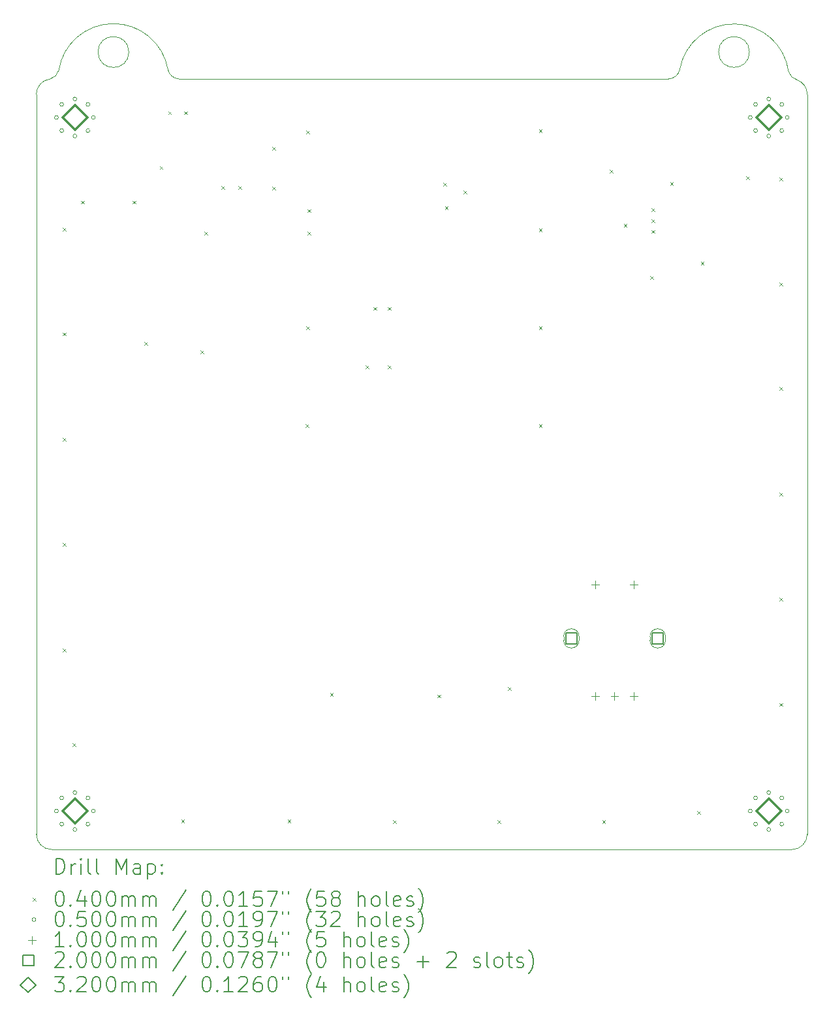
<source format=gbr>
%TF.GenerationSoftware,KiCad,Pcbnew,8.0.3*%
%TF.CreationDate,2024-06-20T00:15:16-06:00*%
%TF.ProjectId,dc32,64633332-2e6b-4696-9361-645f70636258,1.0*%
%TF.SameCoordinates,PX7bb10a0PY836a940*%
%TF.FileFunction,Drillmap*%
%TF.FilePolarity,Positive*%
%FSLAX45Y45*%
G04 Gerber Fmt 4.5, Leading zero omitted, Abs format (unit mm)*
G04 Created by KiCad (PCBNEW 8.0.3) date 2024-06-20 00:15:16*
%MOMM*%
%LPD*%
G01*
G04 APERTURE LIST*
%ADD10C,0.100000*%
%ADD11C,0.200000*%
%ADD12C,0.320000*%
G04 APERTURE END LIST*
D10*
X200000Y0D02*
X9800000Y0D01*
X8346297Y10122184D02*
G75*
G02*
X8198862Y10000289I-150147J31496D01*
G01*
X-460Y9800000D02*
G75*
G02*
X175642Y9998975I200460J0D01*
G01*
X8198862Y10000285D02*
X1850098Y10001935D01*
X10000000Y200000D02*
G75*
G02*
X9800000Y0I-200000J0D01*
G01*
X1200000Y10350000D02*
G75*
G02*
X800000Y10350000I-200000J0D01*
G01*
X800000Y10350000D02*
G75*
G02*
X1200000Y10350000I200000J0D01*
G01*
X290240Y10110927D02*
G75*
G02*
X1708475Y10118860I709760J-110927D01*
G01*
X290240Y10110927D02*
G75*
G02*
X175641Y9998980I-145380J34193D01*
G01*
X9871998Y9986591D02*
G75*
G02*
X10000000Y9800000I-71998J-186591D01*
G01*
X9871998Y9986591D02*
G75*
G02*
X9757400Y10098543I30782J146139D01*
G01*
X200000Y0D02*
G75*
G02*
X0Y200000I0J200000D01*
G01*
X10000000Y200000D02*
X10000000Y9800000D01*
X0Y9800000D02*
X0Y200000D01*
X1850098Y10001935D02*
G75*
G02*
X1708474Y10118859I2602J147385D01*
G01*
X9250000Y10350000D02*
G75*
G02*
X8850000Y10350000I-200000J0D01*
G01*
X8850000Y10350000D02*
G75*
G02*
X9250000Y10350000I200000J0D01*
G01*
X8346297Y10122184D02*
G75*
G02*
X9757401Y10098543I703703J-122184D01*
G01*
D11*
D10*
X340000Y8070000D02*
X380000Y8030000D01*
X380000Y8070000D02*
X340000Y8030000D01*
X340000Y6710000D02*
X380000Y6670000D01*
X380000Y6710000D02*
X340000Y6670000D01*
X340000Y5340000D02*
X380000Y5300000D01*
X380000Y5340000D02*
X340000Y5300000D01*
X340000Y3980000D02*
X380000Y3940000D01*
X380000Y3980000D02*
X340000Y3940000D01*
X340000Y2610000D02*
X380000Y2570000D01*
X380000Y2610000D02*
X340000Y2570000D01*
X470000Y1380000D02*
X510000Y1340000D01*
X510000Y1380000D02*
X470000Y1340000D01*
X580000Y8420000D02*
X620000Y8380000D01*
X620000Y8420000D02*
X580000Y8380000D01*
X1250000Y8420000D02*
X1290000Y8380000D01*
X1290000Y8420000D02*
X1250000Y8380000D01*
X1400000Y6590000D02*
X1440000Y6550000D01*
X1440000Y6590000D02*
X1400000Y6550000D01*
X1600000Y8870000D02*
X1640000Y8830000D01*
X1640000Y8870000D02*
X1600000Y8830000D01*
X1710000Y9580000D02*
X1750000Y9540000D01*
X1750000Y9580000D02*
X1710000Y9540000D01*
X1880000Y390000D02*
X1920000Y350000D01*
X1920000Y390000D02*
X1880000Y350000D01*
X1920000Y9580000D02*
X1960000Y9540000D01*
X1960000Y9580000D02*
X1920000Y9540000D01*
X2130000Y6480000D02*
X2170000Y6440000D01*
X2170000Y6480000D02*
X2130000Y6440000D01*
X2180000Y8020000D02*
X2220000Y7980000D01*
X2220000Y8020000D02*
X2180000Y7980000D01*
X2400000Y8610000D02*
X2440000Y8570000D01*
X2440000Y8610000D02*
X2400000Y8570000D01*
X2620000Y8610000D02*
X2660000Y8570000D01*
X2660000Y8610000D02*
X2620000Y8570000D01*
X3060000Y9120000D02*
X3100000Y9080000D01*
X3100000Y9120000D02*
X3060000Y9080000D01*
X3060000Y8600000D02*
X3100000Y8560000D01*
X3100000Y8600000D02*
X3060000Y8560000D01*
X3260000Y390000D02*
X3300000Y350000D01*
X3300000Y390000D02*
X3260000Y350000D01*
X3490000Y5520000D02*
X3530000Y5480000D01*
X3530000Y5520000D02*
X3490000Y5480000D01*
X3500000Y9330000D02*
X3540000Y9290000D01*
X3540000Y9330000D02*
X3500000Y9290000D01*
X3500000Y6790000D02*
X3540000Y6750000D01*
X3540000Y6790000D02*
X3500000Y6750000D01*
X3520000Y8310000D02*
X3560000Y8270000D01*
X3560000Y8310000D02*
X3520000Y8270000D01*
X3520000Y8020000D02*
X3560000Y7980000D01*
X3560000Y8020000D02*
X3520000Y7980000D01*
X3810000Y2030000D02*
X3850000Y1990000D01*
X3850000Y2030000D02*
X3810000Y1990000D01*
X4270000Y6280000D02*
X4310000Y6240000D01*
X4310000Y6280000D02*
X4270000Y6240000D01*
X4370000Y7040000D02*
X4410000Y7000000D01*
X4410000Y7040000D02*
X4370000Y7000000D01*
X4560000Y7040000D02*
X4600000Y7000000D01*
X4600000Y7040000D02*
X4560000Y7000000D01*
X4560000Y6280000D02*
X4600000Y6240000D01*
X4600000Y6280000D02*
X4560000Y6240000D01*
X4630000Y380000D02*
X4670000Y340000D01*
X4670000Y380000D02*
X4630000Y340000D01*
X5200000Y2010000D02*
X5240000Y1970000D01*
X5240000Y2010000D02*
X5200000Y1970000D01*
X5280000Y8650000D02*
X5320000Y8610000D01*
X5320000Y8650000D02*
X5280000Y8610000D01*
X5300000Y8350000D02*
X5340000Y8310000D01*
X5340000Y8350000D02*
X5300000Y8310000D01*
X5540000Y8550000D02*
X5580000Y8510000D01*
X5580000Y8550000D02*
X5540000Y8510000D01*
X5980000Y380000D02*
X6020000Y340000D01*
X6020000Y380000D02*
X5980000Y340000D01*
X6120000Y2110000D02*
X6160000Y2070000D01*
X6160000Y2110000D02*
X6120000Y2070000D01*
X6520000Y9350000D02*
X6560000Y9310000D01*
X6560000Y9350000D02*
X6520000Y9310000D01*
X6520000Y8060000D02*
X6560000Y8020000D01*
X6560000Y8060000D02*
X6520000Y8020000D01*
X6520000Y6790000D02*
X6560000Y6750000D01*
X6560000Y6790000D02*
X6520000Y6750000D01*
X6520000Y5520000D02*
X6560000Y5480000D01*
X6560000Y5520000D02*
X6520000Y5480000D01*
X7340000Y380000D02*
X7380000Y340000D01*
X7380000Y380000D02*
X7340000Y340000D01*
X7440000Y8820000D02*
X7480000Y8780000D01*
X7480000Y8820000D02*
X7440000Y8780000D01*
X7620000Y8120000D02*
X7660000Y8080000D01*
X7660000Y8120000D02*
X7620000Y8080000D01*
X7960000Y7440000D02*
X8000000Y7400000D01*
X8000000Y7440000D02*
X7960000Y7400000D01*
X7980000Y8320000D02*
X8020000Y8280000D01*
X8020000Y8320000D02*
X7980000Y8280000D01*
X7980000Y8180000D02*
X8020000Y8140000D01*
X8020000Y8180000D02*
X7980000Y8140000D01*
X7980000Y8040000D02*
X8020000Y8000000D01*
X8020000Y8040000D02*
X7980000Y8000000D01*
X8220000Y8660000D02*
X8260000Y8620000D01*
X8260000Y8660000D02*
X8220000Y8620000D01*
X8570000Y500000D02*
X8610000Y460000D01*
X8610000Y500000D02*
X8570000Y460000D01*
X8620000Y7630000D02*
X8660000Y7590000D01*
X8660000Y7630000D02*
X8620000Y7590000D01*
X9205000Y8735000D02*
X9245000Y8695000D01*
X9245000Y8735000D02*
X9205000Y8695000D01*
X9640000Y8720000D02*
X9680000Y8680000D01*
X9680000Y8720000D02*
X9640000Y8680000D01*
X9640000Y7360000D02*
X9680000Y7320000D01*
X9680000Y7360000D02*
X9640000Y7320000D01*
X9640000Y6000000D02*
X9680000Y5960000D01*
X9680000Y6000000D02*
X9640000Y5960000D01*
X9640000Y4630000D02*
X9680000Y4590000D01*
X9680000Y4630000D02*
X9640000Y4590000D01*
X9640000Y3270000D02*
X9680000Y3230000D01*
X9680000Y3270000D02*
X9640000Y3230000D01*
X9640000Y1900000D02*
X9680000Y1860000D01*
X9680000Y1900000D02*
X9640000Y1860000D01*
X285000Y9500000D02*
G75*
G02*
X235000Y9500000I-25000J0D01*
G01*
X235000Y9500000D02*
G75*
G02*
X285000Y9500000I25000J0D01*
G01*
X285000Y500000D02*
G75*
G02*
X235000Y500000I-25000J0D01*
G01*
X235000Y500000D02*
G75*
G02*
X285000Y500000I25000J0D01*
G01*
X355294Y9669706D02*
G75*
G02*
X305294Y9669706I-25000J0D01*
G01*
X305294Y9669706D02*
G75*
G02*
X355294Y9669706I25000J0D01*
G01*
X355294Y9330294D02*
G75*
G02*
X305294Y9330294I-25000J0D01*
G01*
X305294Y9330294D02*
G75*
G02*
X355294Y9330294I25000J0D01*
G01*
X355294Y669706D02*
G75*
G02*
X305294Y669706I-25000J0D01*
G01*
X305294Y669706D02*
G75*
G02*
X355294Y669706I25000J0D01*
G01*
X355294Y330294D02*
G75*
G02*
X305294Y330294I-25000J0D01*
G01*
X305294Y330294D02*
G75*
G02*
X355294Y330294I25000J0D01*
G01*
X525000Y9740000D02*
G75*
G02*
X475000Y9740000I-25000J0D01*
G01*
X475000Y9740000D02*
G75*
G02*
X525000Y9740000I25000J0D01*
G01*
X525000Y9260000D02*
G75*
G02*
X475000Y9260000I-25000J0D01*
G01*
X475000Y9260000D02*
G75*
G02*
X525000Y9260000I25000J0D01*
G01*
X525000Y740000D02*
G75*
G02*
X475000Y740000I-25000J0D01*
G01*
X475000Y740000D02*
G75*
G02*
X525000Y740000I25000J0D01*
G01*
X525000Y260000D02*
G75*
G02*
X475000Y260000I-25000J0D01*
G01*
X475000Y260000D02*
G75*
G02*
X525000Y260000I25000J0D01*
G01*
X694706Y9669706D02*
G75*
G02*
X644706Y9669706I-25000J0D01*
G01*
X644706Y9669706D02*
G75*
G02*
X694706Y9669706I25000J0D01*
G01*
X694706Y9330294D02*
G75*
G02*
X644706Y9330294I-25000J0D01*
G01*
X644706Y9330294D02*
G75*
G02*
X694706Y9330294I25000J0D01*
G01*
X694706Y669706D02*
G75*
G02*
X644706Y669706I-25000J0D01*
G01*
X644706Y669706D02*
G75*
G02*
X694706Y669706I25000J0D01*
G01*
X694706Y330294D02*
G75*
G02*
X644706Y330294I-25000J0D01*
G01*
X644706Y330294D02*
G75*
G02*
X694706Y330294I25000J0D01*
G01*
X765000Y9500000D02*
G75*
G02*
X715000Y9500000I-25000J0D01*
G01*
X715000Y9500000D02*
G75*
G02*
X765000Y9500000I25000J0D01*
G01*
X765000Y500000D02*
G75*
G02*
X715000Y500000I-25000J0D01*
G01*
X715000Y500000D02*
G75*
G02*
X765000Y500000I25000J0D01*
G01*
X9285000Y9500000D02*
G75*
G02*
X9235000Y9500000I-25000J0D01*
G01*
X9235000Y9500000D02*
G75*
G02*
X9285000Y9500000I25000J0D01*
G01*
X9285000Y500000D02*
G75*
G02*
X9235000Y500000I-25000J0D01*
G01*
X9235000Y500000D02*
G75*
G02*
X9285000Y500000I25000J0D01*
G01*
X9355294Y9669706D02*
G75*
G02*
X9305294Y9669706I-25000J0D01*
G01*
X9305294Y9669706D02*
G75*
G02*
X9355294Y9669706I25000J0D01*
G01*
X9355294Y9330294D02*
G75*
G02*
X9305294Y9330294I-25000J0D01*
G01*
X9305294Y9330294D02*
G75*
G02*
X9355294Y9330294I25000J0D01*
G01*
X9355294Y669706D02*
G75*
G02*
X9305294Y669706I-25000J0D01*
G01*
X9305294Y669706D02*
G75*
G02*
X9355294Y669706I25000J0D01*
G01*
X9355294Y330294D02*
G75*
G02*
X9305294Y330294I-25000J0D01*
G01*
X9305294Y330294D02*
G75*
G02*
X9355294Y330294I25000J0D01*
G01*
X9525000Y9740000D02*
G75*
G02*
X9475000Y9740000I-25000J0D01*
G01*
X9475000Y9740000D02*
G75*
G02*
X9525000Y9740000I25000J0D01*
G01*
X9525000Y9260000D02*
G75*
G02*
X9475000Y9260000I-25000J0D01*
G01*
X9475000Y9260000D02*
G75*
G02*
X9525000Y9260000I25000J0D01*
G01*
X9525000Y740000D02*
G75*
G02*
X9475000Y740000I-25000J0D01*
G01*
X9475000Y740000D02*
G75*
G02*
X9525000Y740000I25000J0D01*
G01*
X9525000Y260000D02*
G75*
G02*
X9475000Y260000I-25000J0D01*
G01*
X9475000Y260000D02*
G75*
G02*
X9525000Y260000I25000J0D01*
G01*
X9694706Y9669706D02*
G75*
G02*
X9644706Y9669706I-25000J0D01*
G01*
X9644706Y9669706D02*
G75*
G02*
X9694706Y9669706I25000J0D01*
G01*
X9694706Y9330294D02*
G75*
G02*
X9644706Y9330294I-25000J0D01*
G01*
X9644706Y9330294D02*
G75*
G02*
X9694706Y9330294I25000J0D01*
G01*
X9694706Y669706D02*
G75*
G02*
X9644706Y669706I-25000J0D01*
G01*
X9644706Y669706D02*
G75*
G02*
X9694706Y669706I25000J0D01*
G01*
X9694706Y330294D02*
G75*
G02*
X9644706Y330294I-25000J0D01*
G01*
X9644706Y330294D02*
G75*
G02*
X9694706Y330294I25000J0D01*
G01*
X9765000Y9500000D02*
G75*
G02*
X9715000Y9500000I-25000J0D01*
G01*
X9715000Y9500000D02*
G75*
G02*
X9765000Y9500000I25000J0D01*
G01*
X9765000Y500000D02*
G75*
G02*
X9715000Y500000I-25000J0D01*
G01*
X9715000Y500000D02*
G75*
G02*
X9765000Y500000I25000J0D01*
G01*
X7250000Y3490000D02*
X7250000Y3390000D01*
X7200000Y3440000D02*
X7300000Y3440000D01*
X7250000Y2040000D02*
X7250000Y1940000D01*
X7200000Y1990000D02*
X7300000Y1990000D01*
X7500000Y2040000D02*
X7500000Y1940000D01*
X7450000Y1990000D02*
X7550000Y1990000D01*
X7750000Y3490000D02*
X7750000Y3390000D01*
X7700000Y3440000D02*
X7800000Y3440000D01*
X7750000Y2040000D02*
X7750000Y1940000D01*
X7700000Y1990000D02*
X7800000Y1990000D01*
D11*
X7010711Y2669289D02*
X7010711Y2810711D01*
X6869289Y2810711D01*
X6869289Y2669289D01*
X7010711Y2669289D01*
D10*
X6840000Y2765000D02*
X6840000Y2715000D01*
X7040000Y2715000D02*
G75*
G02*
X6840000Y2715000I-100000J0D01*
G01*
X7040000Y2715000D02*
X7040000Y2765000D01*
X7040000Y2765000D02*
G75*
G03*
X6840000Y2765000I-100000J0D01*
G01*
D11*
X8130711Y2669289D02*
X8130711Y2810711D01*
X7989289Y2810711D01*
X7989289Y2669289D01*
X8130711Y2669289D01*
D10*
X7960000Y2765000D02*
X7960000Y2715000D01*
X8160000Y2715000D02*
G75*
G02*
X7960000Y2715000I-100000J0D01*
G01*
X8160000Y2715000D02*
X8160000Y2765000D01*
X8160000Y2765000D02*
G75*
G03*
X7960000Y2765000I-100000J0D01*
G01*
D12*
X500000Y9340000D02*
X660000Y9500000D01*
X500000Y9660000D01*
X340000Y9500000D01*
X500000Y9340000D01*
X500000Y340000D02*
X660000Y500000D01*
X500000Y660000D01*
X340000Y500000D01*
X500000Y340000D01*
X9500000Y9340000D02*
X9660000Y9500000D01*
X9500000Y9660000D01*
X9340000Y9500000D01*
X9500000Y9340000D01*
X9500000Y340000D02*
X9660000Y500000D01*
X9500000Y660000D01*
X9340000Y500000D01*
X9500000Y340000D01*
D11*
X255317Y-316484D02*
X255317Y-116484D01*
X255317Y-116484D02*
X302936Y-116484D01*
X302936Y-116484D02*
X331507Y-126008D01*
X331507Y-126008D02*
X350555Y-145055D01*
X350555Y-145055D02*
X360079Y-164103D01*
X360079Y-164103D02*
X369602Y-202198D01*
X369602Y-202198D02*
X369602Y-230769D01*
X369602Y-230769D02*
X360079Y-268865D01*
X360079Y-268865D02*
X350555Y-287912D01*
X350555Y-287912D02*
X331507Y-306960D01*
X331507Y-306960D02*
X302936Y-316484D01*
X302936Y-316484D02*
X255317Y-316484D01*
X455317Y-316484D02*
X455317Y-183150D01*
X455317Y-221246D02*
X464840Y-202198D01*
X464840Y-202198D02*
X474364Y-192674D01*
X474364Y-192674D02*
X493412Y-183150D01*
X493412Y-183150D02*
X512460Y-183150D01*
X579126Y-316484D02*
X579126Y-183150D01*
X579126Y-116484D02*
X569602Y-126008D01*
X569602Y-126008D02*
X579126Y-135531D01*
X579126Y-135531D02*
X588650Y-126008D01*
X588650Y-126008D02*
X579126Y-116484D01*
X579126Y-116484D02*
X579126Y-135531D01*
X702936Y-316484D02*
X683888Y-306960D01*
X683888Y-306960D02*
X674364Y-287912D01*
X674364Y-287912D02*
X674364Y-116484D01*
X807698Y-316484D02*
X788650Y-306960D01*
X788650Y-306960D02*
X779126Y-287912D01*
X779126Y-287912D02*
X779126Y-116484D01*
X1036269Y-316484D02*
X1036269Y-116484D01*
X1036269Y-116484D02*
X1102936Y-259341D01*
X1102936Y-259341D02*
X1169602Y-116484D01*
X1169602Y-116484D02*
X1169602Y-316484D01*
X1350555Y-316484D02*
X1350555Y-211722D01*
X1350555Y-211722D02*
X1341031Y-192674D01*
X1341031Y-192674D02*
X1321983Y-183150D01*
X1321983Y-183150D02*
X1283888Y-183150D01*
X1283888Y-183150D02*
X1264841Y-192674D01*
X1350555Y-306960D02*
X1331507Y-316484D01*
X1331507Y-316484D02*
X1283888Y-316484D01*
X1283888Y-316484D02*
X1264841Y-306960D01*
X1264841Y-306960D02*
X1255317Y-287912D01*
X1255317Y-287912D02*
X1255317Y-268865D01*
X1255317Y-268865D02*
X1264841Y-249817D01*
X1264841Y-249817D02*
X1283888Y-240293D01*
X1283888Y-240293D02*
X1331507Y-240293D01*
X1331507Y-240293D02*
X1350555Y-230769D01*
X1445793Y-183150D02*
X1445793Y-383150D01*
X1445793Y-192674D02*
X1464840Y-183150D01*
X1464840Y-183150D02*
X1502936Y-183150D01*
X1502936Y-183150D02*
X1521983Y-192674D01*
X1521983Y-192674D02*
X1531507Y-202198D01*
X1531507Y-202198D02*
X1541031Y-221246D01*
X1541031Y-221246D02*
X1541031Y-278389D01*
X1541031Y-278389D02*
X1531507Y-297436D01*
X1531507Y-297436D02*
X1521983Y-306960D01*
X1521983Y-306960D02*
X1502936Y-316484D01*
X1502936Y-316484D02*
X1464840Y-316484D01*
X1464840Y-316484D02*
X1445793Y-306960D01*
X1626745Y-297436D02*
X1636269Y-306960D01*
X1636269Y-306960D02*
X1626745Y-316484D01*
X1626745Y-316484D02*
X1617221Y-306960D01*
X1617221Y-306960D02*
X1626745Y-297436D01*
X1626745Y-297436D02*
X1626745Y-316484D01*
X1626745Y-192674D02*
X1636269Y-202198D01*
X1636269Y-202198D02*
X1626745Y-211722D01*
X1626745Y-211722D02*
X1617221Y-202198D01*
X1617221Y-202198D02*
X1626745Y-192674D01*
X1626745Y-192674D02*
X1626745Y-211722D01*
D10*
X-45460Y-625000D02*
X-5460Y-665000D01*
X-5460Y-625000D02*
X-45460Y-665000D01*
D11*
X293412Y-536484D02*
X312460Y-536484D01*
X312460Y-536484D02*
X331507Y-546008D01*
X331507Y-546008D02*
X341031Y-555531D01*
X341031Y-555531D02*
X350555Y-574579D01*
X350555Y-574579D02*
X360079Y-612674D01*
X360079Y-612674D02*
X360079Y-660293D01*
X360079Y-660293D02*
X350555Y-698389D01*
X350555Y-698389D02*
X341031Y-717436D01*
X341031Y-717436D02*
X331507Y-726960D01*
X331507Y-726960D02*
X312460Y-736484D01*
X312460Y-736484D02*
X293412Y-736484D01*
X293412Y-736484D02*
X274364Y-726960D01*
X274364Y-726960D02*
X264841Y-717436D01*
X264841Y-717436D02*
X255317Y-698389D01*
X255317Y-698389D02*
X245793Y-660293D01*
X245793Y-660293D02*
X245793Y-612674D01*
X245793Y-612674D02*
X255317Y-574579D01*
X255317Y-574579D02*
X264841Y-555531D01*
X264841Y-555531D02*
X274364Y-546008D01*
X274364Y-546008D02*
X293412Y-536484D01*
X445793Y-717436D02*
X455317Y-726960D01*
X455317Y-726960D02*
X445793Y-736484D01*
X445793Y-736484D02*
X436269Y-726960D01*
X436269Y-726960D02*
X445793Y-717436D01*
X445793Y-717436D02*
X445793Y-736484D01*
X626745Y-603150D02*
X626745Y-736484D01*
X579126Y-526960D02*
X531507Y-669817D01*
X531507Y-669817D02*
X655317Y-669817D01*
X769602Y-536484D02*
X788650Y-536484D01*
X788650Y-536484D02*
X807698Y-546008D01*
X807698Y-546008D02*
X817221Y-555531D01*
X817221Y-555531D02*
X826745Y-574579D01*
X826745Y-574579D02*
X836269Y-612674D01*
X836269Y-612674D02*
X836269Y-660293D01*
X836269Y-660293D02*
X826745Y-698389D01*
X826745Y-698389D02*
X817221Y-717436D01*
X817221Y-717436D02*
X807698Y-726960D01*
X807698Y-726960D02*
X788650Y-736484D01*
X788650Y-736484D02*
X769602Y-736484D01*
X769602Y-736484D02*
X750555Y-726960D01*
X750555Y-726960D02*
X741031Y-717436D01*
X741031Y-717436D02*
X731507Y-698389D01*
X731507Y-698389D02*
X721983Y-660293D01*
X721983Y-660293D02*
X721983Y-612674D01*
X721983Y-612674D02*
X731507Y-574579D01*
X731507Y-574579D02*
X741031Y-555531D01*
X741031Y-555531D02*
X750555Y-546008D01*
X750555Y-546008D02*
X769602Y-536484D01*
X960079Y-536484D02*
X979126Y-536484D01*
X979126Y-536484D02*
X998174Y-546008D01*
X998174Y-546008D02*
X1007698Y-555531D01*
X1007698Y-555531D02*
X1017221Y-574579D01*
X1017221Y-574579D02*
X1026745Y-612674D01*
X1026745Y-612674D02*
X1026745Y-660293D01*
X1026745Y-660293D02*
X1017221Y-698389D01*
X1017221Y-698389D02*
X1007698Y-717436D01*
X1007698Y-717436D02*
X998174Y-726960D01*
X998174Y-726960D02*
X979126Y-736484D01*
X979126Y-736484D02*
X960079Y-736484D01*
X960079Y-736484D02*
X941031Y-726960D01*
X941031Y-726960D02*
X931507Y-717436D01*
X931507Y-717436D02*
X921983Y-698389D01*
X921983Y-698389D02*
X912460Y-660293D01*
X912460Y-660293D02*
X912460Y-612674D01*
X912460Y-612674D02*
X921983Y-574579D01*
X921983Y-574579D02*
X931507Y-555531D01*
X931507Y-555531D02*
X941031Y-546008D01*
X941031Y-546008D02*
X960079Y-536484D01*
X1112460Y-736484D02*
X1112460Y-603150D01*
X1112460Y-622198D02*
X1121983Y-612674D01*
X1121983Y-612674D02*
X1141031Y-603150D01*
X1141031Y-603150D02*
X1169603Y-603150D01*
X1169603Y-603150D02*
X1188650Y-612674D01*
X1188650Y-612674D02*
X1198174Y-631722D01*
X1198174Y-631722D02*
X1198174Y-736484D01*
X1198174Y-631722D02*
X1207698Y-612674D01*
X1207698Y-612674D02*
X1226745Y-603150D01*
X1226745Y-603150D02*
X1255317Y-603150D01*
X1255317Y-603150D02*
X1274364Y-612674D01*
X1274364Y-612674D02*
X1283888Y-631722D01*
X1283888Y-631722D02*
X1283888Y-736484D01*
X1379126Y-736484D02*
X1379126Y-603150D01*
X1379126Y-622198D02*
X1388650Y-612674D01*
X1388650Y-612674D02*
X1407698Y-603150D01*
X1407698Y-603150D02*
X1436269Y-603150D01*
X1436269Y-603150D02*
X1455317Y-612674D01*
X1455317Y-612674D02*
X1464841Y-631722D01*
X1464841Y-631722D02*
X1464841Y-736484D01*
X1464841Y-631722D02*
X1474364Y-612674D01*
X1474364Y-612674D02*
X1493412Y-603150D01*
X1493412Y-603150D02*
X1521983Y-603150D01*
X1521983Y-603150D02*
X1541031Y-612674D01*
X1541031Y-612674D02*
X1550555Y-631722D01*
X1550555Y-631722D02*
X1550555Y-736484D01*
X1941031Y-526960D02*
X1769603Y-784103D01*
X2198174Y-536484D02*
X2217222Y-536484D01*
X2217222Y-536484D02*
X2236269Y-546008D01*
X2236269Y-546008D02*
X2245793Y-555531D01*
X2245793Y-555531D02*
X2255317Y-574579D01*
X2255317Y-574579D02*
X2264841Y-612674D01*
X2264841Y-612674D02*
X2264841Y-660293D01*
X2264841Y-660293D02*
X2255317Y-698389D01*
X2255317Y-698389D02*
X2245793Y-717436D01*
X2245793Y-717436D02*
X2236269Y-726960D01*
X2236269Y-726960D02*
X2217222Y-736484D01*
X2217222Y-736484D02*
X2198174Y-736484D01*
X2198174Y-736484D02*
X2179126Y-726960D01*
X2179126Y-726960D02*
X2169603Y-717436D01*
X2169603Y-717436D02*
X2160079Y-698389D01*
X2160079Y-698389D02*
X2150555Y-660293D01*
X2150555Y-660293D02*
X2150555Y-612674D01*
X2150555Y-612674D02*
X2160079Y-574579D01*
X2160079Y-574579D02*
X2169603Y-555531D01*
X2169603Y-555531D02*
X2179126Y-546008D01*
X2179126Y-546008D02*
X2198174Y-536484D01*
X2350555Y-717436D02*
X2360079Y-726960D01*
X2360079Y-726960D02*
X2350555Y-736484D01*
X2350555Y-736484D02*
X2341031Y-726960D01*
X2341031Y-726960D02*
X2350555Y-717436D01*
X2350555Y-717436D02*
X2350555Y-736484D01*
X2483888Y-536484D02*
X2502936Y-536484D01*
X2502936Y-536484D02*
X2521984Y-546008D01*
X2521984Y-546008D02*
X2531507Y-555531D01*
X2531507Y-555531D02*
X2541031Y-574579D01*
X2541031Y-574579D02*
X2550555Y-612674D01*
X2550555Y-612674D02*
X2550555Y-660293D01*
X2550555Y-660293D02*
X2541031Y-698389D01*
X2541031Y-698389D02*
X2531507Y-717436D01*
X2531507Y-717436D02*
X2521984Y-726960D01*
X2521984Y-726960D02*
X2502936Y-736484D01*
X2502936Y-736484D02*
X2483888Y-736484D01*
X2483888Y-736484D02*
X2464841Y-726960D01*
X2464841Y-726960D02*
X2455317Y-717436D01*
X2455317Y-717436D02*
X2445793Y-698389D01*
X2445793Y-698389D02*
X2436269Y-660293D01*
X2436269Y-660293D02*
X2436269Y-612674D01*
X2436269Y-612674D02*
X2445793Y-574579D01*
X2445793Y-574579D02*
X2455317Y-555531D01*
X2455317Y-555531D02*
X2464841Y-546008D01*
X2464841Y-546008D02*
X2483888Y-536484D01*
X2741031Y-736484D02*
X2626746Y-736484D01*
X2683888Y-736484D02*
X2683888Y-536484D01*
X2683888Y-536484D02*
X2664841Y-565055D01*
X2664841Y-565055D02*
X2645793Y-584103D01*
X2645793Y-584103D02*
X2626746Y-593627D01*
X2921984Y-536484D02*
X2826745Y-536484D01*
X2826745Y-536484D02*
X2817222Y-631722D01*
X2817222Y-631722D02*
X2826745Y-622198D01*
X2826745Y-622198D02*
X2845793Y-612674D01*
X2845793Y-612674D02*
X2893412Y-612674D01*
X2893412Y-612674D02*
X2912460Y-622198D01*
X2912460Y-622198D02*
X2921984Y-631722D01*
X2921984Y-631722D02*
X2931507Y-650770D01*
X2931507Y-650770D02*
X2931507Y-698389D01*
X2931507Y-698389D02*
X2921984Y-717436D01*
X2921984Y-717436D02*
X2912460Y-726960D01*
X2912460Y-726960D02*
X2893412Y-736484D01*
X2893412Y-736484D02*
X2845793Y-736484D01*
X2845793Y-736484D02*
X2826745Y-726960D01*
X2826745Y-726960D02*
X2817222Y-717436D01*
X2998174Y-536484D02*
X3131507Y-536484D01*
X3131507Y-536484D02*
X3045793Y-736484D01*
X3198174Y-536484D02*
X3198174Y-574579D01*
X3274365Y-536484D02*
X3274365Y-574579D01*
X3569603Y-812674D02*
X3560079Y-803150D01*
X3560079Y-803150D02*
X3541031Y-774579D01*
X3541031Y-774579D02*
X3531507Y-755531D01*
X3531507Y-755531D02*
X3521984Y-726960D01*
X3521984Y-726960D02*
X3512460Y-679341D01*
X3512460Y-679341D02*
X3512460Y-641246D01*
X3512460Y-641246D02*
X3521984Y-593627D01*
X3521984Y-593627D02*
X3531507Y-565055D01*
X3531507Y-565055D02*
X3541031Y-546008D01*
X3541031Y-546008D02*
X3560079Y-517436D01*
X3560079Y-517436D02*
X3569603Y-507912D01*
X3741031Y-536484D02*
X3645793Y-536484D01*
X3645793Y-536484D02*
X3636269Y-631722D01*
X3636269Y-631722D02*
X3645793Y-622198D01*
X3645793Y-622198D02*
X3664841Y-612674D01*
X3664841Y-612674D02*
X3712460Y-612674D01*
X3712460Y-612674D02*
X3731507Y-622198D01*
X3731507Y-622198D02*
X3741031Y-631722D01*
X3741031Y-631722D02*
X3750555Y-650770D01*
X3750555Y-650770D02*
X3750555Y-698389D01*
X3750555Y-698389D02*
X3741031Y-717436D01*
X3741031Y-717436D02*
X3731507Y-726960D01*
X3731507Y-726960D02*
X3712460Y-736484D01*
X3712460Y-736484D02*
X3664841Y-736484D01*
X3664841Y-736484D02*
X3645793Y-726960D01*
X3645793Y-726960D02*
X3636269Y-717436D01*
X3864841Y-622198D02*
X3845793Y-612674D01*
X3845793Y-612674D02*
X3836269Y-603150D01*
X3836269Y-603150D02*
X3826746Y-584103D01*
X3826746Y-584103D02*
X3826746Y-574579D01*
X3826746Y-574579D02*
X3836269Y-555531D01*
X3836269Y-555531D02*
X3845793Y-546008D01*
X3845793Y-546008D02*
X3864841Y-536484D01*
X3864841Y-536484D02*
X3902936Y-536484D01*
X3902936Y-536484D02*
X3921984Y-546008D01*
X3921984Y-546008D02*
X3931507Y-555531D01*
X3931507Y-555531D02*
X3941031Y-574579D01*
X3941031Y-574579D02*
X3941031Y-584103D01*
X3941031Y-584103D02*
X3931507Y-603150D01*
X3931507Y-603150D02*
X3921984Y-612674D01*
X3921984Y-612674D02*
X3902936Y-622198D01*
X3902936Y-622198D02*
X3864841Y-622198D01*
X3864841Y-622198D02*
X3845793Y-631722D01*
X3845793Y-631722D02*
X3836269Y-641246D01*
X3836269Y-641246D02*
X3826746Y-660293D01*
X3826746Y-660293D02*
X3826746Y-698389D01*
X3826746Y-698389D02*
X3836269Y-717436D01*
X3836269Y-717436D02*
X3845793Y-726960D01*
X3845793Y-726960D02*
X3864841Y-736484D01*
X3864841Y-736484D02*
X3902936Y-736484D01*
X3902936Y-736484D02*
X3921984Y-726960D01*
X3921984Y-726960D02*
X3931507Y-717436D01*
X3931507Y-717436D02*
X3941031Y-698389D01*
X3941031Y-698389D02*
X3941031Y-660293D01*
X3941031Y-660293D02*
X3931507Y-641246D01*
X3931507Y-641246D02*
X3921984Y-631722D01*
X3921984Y-631722D02*
X3902936Y-622198D01*
X4179127Y-736484D02*
X4179127Y-536484D01*
X4264841Y-736484D02*
X4264841Y-631722D01*
X4264841Y-631722D02*
X4255317Y-612674D01*
X4255317Y-612674D02*
X4236270Y-603150D01*
X4236270Y-603150D02*
X4207698Y-603150D01*
X4207698Y-603150D02*
X4188650Y-612674D01*
X4188650Y-612674D02*
X4179127Y-622198D01*
X4388650Y-736484D02*
X4369603Y-726960D01*
X4369603Y-726960D02*
X4360079Y-717436D01*
X4360079Y-717436D02*
X4350555Y-698389D01*
X4350555Y-698389D02*
X4350555Y-641246D01*
X4350555Y-641246D02*
X4360079Y-622198D01*
X4360079Y-622198D02*
X4369603Y-612674D01*
X4369603Y-612674D02*
X4388650Y-603150D01*
X4388650Y-603150D02*
X4417222Y-603150D01*
X4417222Y-603150D02*
X4436270Y-612674D01*
X4436270Y-612674D02*
X4445793Y-622198D01*
X4445793Y-622198D02*
X4455317Y-641246D01*
X4455317Y-641246D02*
X4455317Y-698389D01*
X4455317Y-698389D02*
X4445793Y-717436D01*
X4445793Y-717436D02*
X4436270Y-726960D01*
X4436270Y-726960D02*
X4417222Y-736484D01*
X4417222Y-736484D02*
X4388650Y-736484D01*
X4569603Y-736484D02*
X4550555Y-726960D01*
X4550555Y-726960D02*
X4541031Y-707912D01*
X4541031Y-707912D02*
X4541031Y-536484D01*
X4721984Y-726960D02*
X4702936Y-736484D01*
X4702936Y-736484D02*
X4664841Y-736484D01*
X4664841Y-736484D02*
X4645793Y-726960D01*
X4645793Y-726960D02*
X4636270Y-707912D01*
X4636270Y-707912D02*
X4636270Y-631722D01*
X4636270Y-631722D02*
X4645793Y-612674D01*
X4645793Y-612674D02*
X4664841Y-603150D01*
X4664841Y-603150D02*
X4702936Y-603150D01*
X4702936Y-603150D02*
X4721984Y-612674D01*
X4721984Y-612674D02*
X4731508Y-631722D01*
X4731508Y-631722D02*
X4731508Y-650770D01*
X4731508Y-650770D02*
X4636270Y-669817D01*
X4807698Y-726960D02*
X4826746Y-736484D01*
X4826746Y-736484D02*
X4864841Y-736484D01*
X4864841Y-736484D02*
X4883889Y-726960D01*
X4883889Y-726960D02*
X4893412Y-707912D01*
X4893412Y-707912D02*
X4893412Y-698389D01*
X4893412Y-698389D02*
X4883889Y-679341D01*
X4883889Y-679341D02*
X4864841Y-669817D01*
X4864841Y-669817D02*
X4836270Y-669817D01*
X4836270Y-669817D02*
X4817222Y-660293D01*
X4817222Y-660293D02*
X4807698Y-641246D01*
X4807698Y-641246D02*
X4807698Y-631722D01*
X4807698Y-631722D02*
X4817222Y-612674D01*
X4817222Y-612674D02*
X4836270Y-603150D01*
X4836270Y-603150D02*
X4864841Y-603150D01*
X4864841Y-603150D02*
X4883889Y-612674D01*
X4960079Y-812674D02*
X4969603Y-803150D01*
X4969603Y-803150D02*
X4988651Y-774579D01*
X4988651Y-774579D02*
X4998174Y-755531D01*
X4998174Y-755531D02*
X5007698Y-726960D01*
X5007698Y-726960D02*
X5017222Y-679341D01*
X5017222Y-679341D02*
X5017222Y-641246D01*
X5017222Y-641246D02*
X5007698Y-593627D01*
X5007698Y-593627D02*
X4998174Y-565055D01*
X4998174Y-565055D02*
X4988651Y-546008D01*
X4988651Y-546008D02*
X4969603Y-517436D01*
X4969603Y-517436D02*
X4960079Y-507912D01*
D10*
X-5460Y-909000D02*
G75*
G02*
X-55460Y-909000I-25000J0D01*
G01*
X-55460Y-909000D02*
G75*
G02*
X-5460Y-909000I25000J0D01*
G01*
D11*
X293412Y-800484D02*
X312460Y-800484D01*
X312460Y-800484D02*
X331507Y-810008D01*
X331507Y-810008D02*
X341031Y-819531D01*
X341031Y-819531D02*
X350555Y-838579D01*
X350555Y-838579D02*
X360079Y-876674D01*
X360079Y-876674D02*
X360079Y-924293D01*
X360079Y-924293D02*
X350555Y-962388D01*
X350555Y-962388D02*
X341031Y-981436D01*
X341031Y-981436D02*
X331507Y-990960D01*
X331507Y-990960D02*
X312460Y-1000484D01*
X312460Y-1000484D02*
X293412Y-1000484D01*
X293412Y-1000484D02*
X274364Y-990960D01*
X274364Y-990960D02*
X264841Y-981436D01*
X264841Y-981436D02*
X255317Y-962388D01*
X255317Y-962388D02*
X245793Y-924293D01*
X245793Y-924293D02*
X245793Y-876674D01*
X245793Y-876674D02*
X255317Y-838579D01*
X255317Y-838579D02*
X264841Y-819531D01*
X264841Y-819531D02*
X274364Y-810008D01*
X274364Y-810008D02*
X293412Y-800484D01*
X445793Y-981436D02*
X455317Y-990960D01*
X455317Y-990960D02*
X445793Y-1000484D01*
X445793Y-1000484D02*
X436269Y-990960D01*
X436269Y-990960D02*
X445793Y-981436D01*
X445793Y-981436D02*
X445793Y-1000484D01*
X636269Y-800484D02*
X541031Y-800484D01*
X541031Y-800484D02*
X531507Y-895722D01*
X531507Y-895722D02*
X541031Y-886198D01*
X541031Y-886198D02*
X560079Y-876674D01*
X560079Y-876674D02*
X607698Y-876674D01*
X607698Y-876674D02*
X626745Y-886198D01*
X626745Y-886198D02*
X636269Y-895722D01*
X636269Y-895722D02*
X645793Y-914769D01*
X645793Y-914769D02*
X645793Y-962388D01*
X645793Y-962388D02*
X636269Y-981436D01*
X636269Y-981436D02*
X626745Y-990960D01*
X626745Y-990960D02*
X607698Y-1000484D01*
X607698Y-1000484D02*
X560079Y-1000484D01*
X560079Y-1000484D02*
X541031Y-990960D01*
X541031Y-990960D02*
X531507Y-981436D01*
X769602Y-800484D02*
X788650Y-800484D01*
X788650Y-800484D02*
X807698Y-810008D01*
X807698Y-810008D02*
X817221Y-819531D01*
X817221Y-819531D02*
X826745Y-838579D01*
X826745Y-838579D02*
X836269Y-876674D01*
X836269Y-876674D02*
X836269Y-924293D01*
X836269Y-924293D02*
X826745Y-962388D01*
X826745Y-962388D02*
X817221Y-981436D01*
X817221Y-981436D02*
X807698Y-990960D01*
X807698Y-990960D02*
X788650Y-1000484D01*
X788650Y-1000484D02*
X769602Y-1000484D01*
X769602Y-1000484D02*
X750555Y-990960D01*
X750555Y-990960D02*
X741031Y-981436D01*
X741031Y-981436D02*
X731507Y-962388D01*
X731507Y-962388D02*
X721983Y-924293D01*
X721983Y-924293D02*
X721983Y-876674D01*
X721983Y-876674D02*
X731507Y-838579D01*
X731507Y-838579D02*
X741031Y-819531D01*
X741031Y-819531D02*
X750555Y-810008D01*
X750555Y-810008D02*
X769602Y-800484D01*
X960079Y-800484D02*
X979126Y-800484D01*
X979126Y-800484D02*
X998174Y-810008D01*
X998174Y-810008D02*
X1007698Y-819531D01*
X1007698Y-819531D02*
X1017221Y-838579D01*
X1017221Y-838579D02*
X1026745Y-876674D01*
X1026745Y-876674D02*
X1026745Y-924293D01*
X1026745Y-924293D02*
X1017221Y-962388D01*
X1017221Y-962388D02*
X1007698Y-981436D01*
X1007698Y-981436D02*
X998174Y-990960D01*
X998174Y-990960D02*
X979126Y-1000484D01*
X979126Y-1000484D02*
X960079Y-1000484D01*
X960079Y-1000484D02*
X941031Y-990960D01*
X941031Y-990960D02*
X931507Y-981436D01*
X931507Y-981436D02*
X921983Y-962388D01*
X921983Y-962388D02*
X912460Y-924293D01*
X912460Y-924293D02*
X912460Y-876674D01*
X912460Y-876674D02*
X921983Y-838579D01*
X921983Y-838579D02*
X931507Y-819531D01*
X931507Y-819531D02*
X941031Y-810008D01*
X941031Y-810008D02*
X960079Y-800484D01*
X1112460Y-1000484D02*
X1112460Y-867150D01*
X1112460Y-886198D02*
X1121983Y-876674D01*
X1121983Y-876674D02*
X1141031Y-867150D01*
X1141031Y-867150D02*
X1169603Y-867150D01*
X1169603Y-867150D02*
X1188650Y-876674D01*
X1188650Y-876674D02*
X1198174Y-895722D01*
X1198174Y-895722D02*
X1198174Y-1000484D01*
X1198174Y-895722D02*
X1207698Y-876674D01*
X1207698Y-876674D02*
X1226745Y-867150D01*
X1226745Y-867150D02*
X1255317Y-867150D01*
X1255317Y-867150D02*
X1274364Y-876674D01*
X1274364Y-876674D02*
X1283888Y-895722D01*
X1283888Y-895722D02*
X1283888Y-1000484D01*
X1379126Y-1000484D02*
X1379126Y-867150D01*
X1379126Y-886198D02*
X1388650Y-876674D01*
X1388650Y-876674D02*
X1407698Y-867150D01*
X1407698Y-867150D02*
X1436269Y-867150D01*
X1436269Y-867150D02*
X1455317Y-876674D01*
X1455317Y-876674D02*
X1464841Y-895722D01*
X1464841Y-895722D02*
X1464841Y-1000484D01*
X1464841Y-895722D02*
X1474364Y-876674D01*
X1474364Y-876674D02*
X1493412Y-867150D01*
X1493412Y-867150D02*
X1521983Y-867150D01*
X1521983Y-867150D02*
X1541031Y-876674D01*
X1541031Y-876674D02*
X1550555Y-895722D01*
X1550555Y-895722D02*
X1550555Y-1000484D01*
X1941031Y-790960D02*
X1769603Y-1048103D01*
X2198174Y-800484D02*
X2217222Y-800484D01*
X2217222Y-800484D02*
X2236269Y-810008D01*
X2236269Y-810008D02*
X2245793Y-819531D01*
X2245793Y-819531D02*
X2255317Y-838579D01*
X2255317Y-838579D02*
X2264841Y-876674D01*
X2264841Y-876674D02*
X2264841Y-924293D01*
X2264841Y-924293D02*
X2255317Y-962388D01*
X2255317Y-962388D02*
X2245793Y-981436D01*
X2245793Y-981436D02*
X2236269Y-990960D01*
X2236269Y-990960D02*
X2217222Y-1000484D01*
X2217222Y-1000484D02*
X2198174Y-1000484D01*
X2198174Y-1000484D02*
X2179126Y-990960D01*
X2179126Y-990960D02*
X2169603Y-981436D01*
X2169603Y-981436D02*
X2160079Y-962388D01*
X2160079Y-962388D02*
X2150555Y-924293D01*
X2150555Y-924293D02*
X2150555Y-876674D01*
X2150555Y-876674D02*
X2160079Y-838579D01*
X2160079Y-838579D02*
X2169603Y-819531D01*
X2169603Y-819531D02*
X2179126Y-810008D01*
X2179126Y-810008D02*
X2198174Y-800484D01*
X2350555Y-981436D02*
X2360079Y-990960D01*
X2360079Y-990960D02*
X2350555Y-1000484D01*
X2350555Y-1000484D02*
X2341031Y-990960D01*
X2341031Y-990960D02*
X2350555Y-981436D01*
X2350555Y-981436D02*
X2350555Y-1000484D01*
X2483888Y-800484D02*
X2502936Y-800484D01*
X2502936Y-800484D02*
X2521984Y-810008D01*
X2521984Y-810008D02*
X2531507Y-819531D01*
X2531507Y-819531D02*
X2541031Y-838579D01*
X2541031Y-838579D02*
X2550555Y-876674D01*
X2550555Y-876674D02*
X2550555Y-924293D01*
X2550555Y-924293D02*
X2541031Y-962388D01*
X2541031Y-962388D02*
X2531507Y-981436D01*
X2531507Y-981436D02*
X2521984Y-990960D01*
X2521984Y-990960D02*
X2502936Y-1000484D01*
X2502936Y-1000484D02*
X2483888Y-1000484D01*
X2483888Y-1000484D02*
X2464841Y-990960D01*
X2464841Y-990960D02*
X2455317Y-981436D01*
X2455317Y-981436D02*
X2445793Y-962388D01*
X2445793Y-962388D02*
X2436269Y-924293D01*
X2436269Y-924293D02*
X2436269Y-876674D01*
X2436269Y-876674D02*
X2445793Y-838579D01*
X2445793Y-838579D02*
X2455317Y-819531D01*
X2455317Y-819531D02*
X2464841Y-810008D01*
X2464841Y-810008D02*
X2483888Y-800484D01*
X2741031Y-1000484D02*
X2626746Y-1000484D01*
X2683888Y-1000484D02*
X2683888Y-800484D01*
X2683888Y-800484D02*
X2664841Y-829055D01*
X2664841Y-829055D02*
X2645793Y-848103D01*
X2645793Y-848103D02*
X2626746Y-857627D01*
X2836269Y-1000484D02*
X2874364Y-1000484D01*
X2874364Y-1000484D02*
X2893412Y-990960D01*
X2893412Y-990960D02*
X2902936Y-981436D01*
X2902936Y-981436D02*
X2921984Y-952865D01*
X2921984Y-952865D02*
X2931507Y-914769D01*
X2931507Y-914769D02*
X2931507Y-838579D01*
X2931507Y-838579D02*
X2921984Y-819531D01*
X2921984Y-819531D02*
X2912460Y-810008D01*
X2912460Y-810008D02*
X2893412Y-800484D01*
X2893412Y-800484D02*
X2855317Y-800484D01*
X2855317Y-800484D02*
X2836269Y-810008D01*
X2836269Y-810008D02*
X2826745Y-819531D01*
X2826745Y-819531D02*
X2817222Y-838579D01*
X2817222Y-838579D02*
X2817222Y-886198D01*
X2817222Y-886198D02*
X2826745Y-905246D01*
X2826745Y-905246D02*
X2836269Y-914769D01*
X2836269Y-914769D02*
X2855317Y-924293D01*
X2855317Y-924293D02*
X2893412Y-924293D01*
X2893412Y-924293D02*
X2912460Y-914769D01*
X2912460Y-914769D02*
X2921984Y-905246D01*
X2921984Y-905246D02*
X2931507Y-886198D01*
X2998174Y-800484D02*
X3131507Y-800484D01*
X3131507Y-800484D02*
X3045793Y-1000484D01*
X3198174Y-800484D02*
X3198174Y-838579D01*
X3274365Y-800484D02*
X3274365Y-838579D01*
X3569603Y-1076674D02*
X3560079Y-1067150D01*
X3560079Y-1067150D02*
X3541031Y-1038579D01*
X3541031Y-1038579D02*
X3531507Y-1019531D01*
X3531507Y-1019531D02*
X3521984Y-990960D01*
X3521984Y-990960D02*
X3512460Y-943341D01*
X3512460Y-943341D02*
X3512460Y-905246D01*
X3512460Y-905246D02*
X3521984Y-857627D01*
X3521984Y-857627D02*
X3531507Y-829055D01*
X3531507Y-829055D02*
X3541031Y-810008D01*
X3541031Y-810008D02*
X3560079Y-781436D01*
X3560079Y-781436D02*
X3569603Y-771912D01*
X3626746Y-800484D02*
X3750555Y-800484D01*
X3750555Y-800484D02*
X3683888Y-876674D01*
X3683888Y-876674D02*
X3712460Y-876674D01*
X3712460Y-876674D02*
X3731507Y-886198D01*
X3731507Y-886198D02*
X3741031Y-895722D01*
X3741031Y-895722D02*
X3750555Y-914769D01*
X3750555Y-914769D02*
X3750555Y-962388D01*
X3750555Y-962388D02*
X3741031Y-981436D01*
X3741031Y-981436D02*
X3731507Y-990960D01*
X3731507Y-990960D02*
X3712460Y-1000484D01*
X3712460Y-1000484D02*
X3655317Y-1000484D01*
X3655317Y-1000484D02*
X3636269Y-990960D01*
X3636269Y-990960D02*
X3626746Y-981436D01*
X3826746Y-819531D02*
X3836269Y-810008D01*
X3836269Y-810008D02*
X3855317Y-800484D01*
X3855317Y-800484D02*
X3902936Y-800484D01*
X3902936Y-800484D02*
X3921984Y-810008D01*
X3921984Y-810008D02*
X3931507Y-819531D01*
X3931507Y-819531D02*
X3941031Y-838579D01*
X3941031Y-838579D02*
X3941031Y-857627D01*
X3941031Y-857627D02*
X3931507Y-886198D01*
X3931507Y-886198D02*
X3817222Y-1000484D01*
X3817222Y-1000484D02*
X3941031Y-1000484D01*
X4179127Y-1000484D02*
X4179127Y-800484D01*
X4264841Y-1000484D02*
X4264841Y-895722D01*
X4264841Y-895722D02*
X4255317Y-876674D01*
X4255317Y-876674D02*
X4236270Y-867150D01*
X4236270Y-867150D02*
X4207698Y-867150D01*
X4207698Y-867150D02*
X4188650Y-876674D01*
X4188650Y-876674D02*
X4179127Y-886198D01*
X4388650Y-1000484D02*
X4369603Y-990960D01*
X4369603Y-990960D02*
X4360079Y-981436D01*
X4360079Y-981436D02*
X4350555Y-962388D01*
X4350555Y-962388D02*
X4350555Y-905246D01*
X4350555Y-905246D02*
X4360079Y-886198D01*
X4360079Y-886198D02*
X4369603Y-876674D01*
X4369603Y-876674D02*
X4388650Y-867150D01*
X4388650Y-867150D02*
X4417222Y-867150D01*
X4417222Y-867150D02*
X4436270Y-876674D01*
X4436270Y-876674D02*
X4445793Y-886198D01*
X4445793Y-886198D02*
X4455317Y-905246D01*
X4455317Y-905246D02*
X4455317Y-962388D01*
X4455317Y-962388D02*
X4445793Y-981436D01*
X4445793Y-981436D02*
X4436270Y-990960D01*
X4436270Y-990960D02*
X4417222Y-1000484D01*
X4417222Y-1000484D02*
X4388650Y-1000484D01*
X4569603Y-1000484D02*
X4550555Y-990960D01*
X4550555Y-990960D02*
X4541031Y-971912D01*
X4541031Y-971912D02*
X4541031Y-800484D01*
X4721984Y-990960D02*
X4702936Y-1000484D01*
X4702936Y-1000484D02*
X4664841Y-1000484D01*
X4664841Y-1000484D02*
X4645793Y-990960D01*
X4645793Y-990960D02*
X4636270Y-971912D01*
X4636270Y-971912D02*
X4636270Y-895722D01*
X4636270Y-895722D02*
X4645793Y-876674D01*
X4645793Y-876674D02*
X4664841Y-867150D01*
X4664841Y-867150D02*
X4702936Y-867150D01*
X4702936Y-867150D02*
X4721984Y-876674D01*
X4721984Y-876674D02*
X4731508Y-895722D01*
X4731508Y-895722D02*
X4731508Y-914769D01*
X4731508Y-914769D02*
X4636270Y-933817D01*
X4807698Y-990960D02*
X4826746Y-1000484D01*
X4826746Y-1000484D02*
X4864841Y-1000484D01*
X4864841Y-1000484D02*
X4883889Y-990960D01*
X4883889Y-990960D02*
X4893412Y-971912D01*
X4893412Y-971912D02*
X4893412Y-962388D01*
X4893412Y-962388D02*
X4883889Y-943341D01*
X4883889Y-943341D02*
X4864841Y-933817D01*
X4864841Y-933817D02*
X4836270Y-933817D01*
X4836270Y-933817D02*
X4817222Y-924293D01*
X4817222Y-924293D02*
X4807698Y-905246D01*
X4807698Y-905246D02*
X4807698Y-895722D01*
X4807698Y-895722D02*
X4817222Y-876674D01*
X4817222Y-876674D02*
X4836270Y-867150D01*
X4836270Y-867150D02*
X4864841Y-867150D01*
X4864841Y-867150D02*
X4883889Y-876674D01*
X4960079Y-1076674D02*
X4969603Y-1067150D01*
X4969603Y-1067150D02*
X4988651Y-1038579D01*
X4988651Y-1038579D02*
X4998174Y-1019531D01*
X4998174Y-1019531D02*
X5007698Y-990960D01*
X5007698Y-990960D02*
X5017222Y-943341D01*
X5017222Y-943341D02*
X5017222Y-905246D01*
X5017222Y-905246D02*
X5007698Y-857627D01*
X5007698Y-857627D02*
X4998174Y-829055D01*
X4998174Y-829055D02*
X4988651Y-810008D01*
X4988651Y-810008D02*
X4969603Y-781436D01*
X4969603Y-781436D02*
X4960079Y-771912D01*
D10*
X-55460Y-1123000D02*
X-55460Y-1223000D01*
X-105460Y-1173000D02*
X-5460Y-1173000D01*
D11*
X360079Y-1264484D02*
X245793Y-1264484D01*
X302936Y-1264484D02*
X302936Y-1064484D01*
X302936Y-1064484D02*
X283888Y-1093055D01*
X283888Y-1093055D02*
X264841Y-1112103D01*
X264841Y-1112103D02*
X245793Y-1121627D01*
X445793Y-1245436D02*
X455317Y-1254960D01*
X455317Y-1254960D02*
X445793Y-1264484D01*
X445793Y-1264484D02*
X436269Y-1254960D01*
X436269Y-1254960D02*
X445793Y-1245436D01*
X445793Y-1245436D02*
X445793Y-1264484D01*
X579126Y-1064484D02*
X598174Y-1064484D01*
X598174Y-1064484D02*
X617222Y-1074008D01*
X617222Y-1074008D02*
X626745Y-1083531D01*
X626745Y-1083531D02*
X636269Y-1102579D01*
X636269Y-1102579D02*
X645793Y-1140674D01*
X645793Y-1140674D02*
X645793Y-1188293D01*
X645793Y-1188293D02*
X636269Y-1226389D01*
X636269Y-1226389D02*
X626745Y-1245436D01*
X626745Y-1245436D02*
X617222Y-1254960D01*
X617222Y-1254960D02*
X598174Y-1264484D01*
X598174Y-1264484D02*
X579126Y-1264484D01*
X579126Y-1264484D02*
X560079Y-1254960D01*
X560079Y-1254960D02*
X550555Y-1245436D01*
X550555Y-1245436D02*
X541031Y-1226389D01*
X541031Y-1226389D02*
X531507Y-1188293D01*
X531507Y-1188293D02*
X531507Y-1140674D01*
X531507Y-1140674D02*
X541031Y-1102579D01*
X541031Y-1102579D02*
X550555Y-1083531D01*
X550555Y-1083531D02*
X560079Y-1074008D01*
X560079Y-1074008D02*
X579126Y-1064484D01*
X769602Y-1064484D02*
X788650Y-1064484D01*
X788650Y-1064484D02*
X807698Y-1074008D01*
X807698Y-1074008D02*
X817221Y-1083531D01*
X817221Y-1083531D02*
X826745Y-1102579D01*
X826745Y-1102579D02*
X836269Y-1140674D01*
X836269Y-1140674D02*
X836269Y-1188293D01*
X836269Y-1188293D02*
X826745Y-1226389D01*
X826745Y-1226389D02*
X817221Y-1245436D01*
X817221Y-1245436D02*
X807698Y-1254960D01*
X807698Y-1254960D02*
X788650Y-1264484D01*
X788650Y-1264484D02*
X769602Y-1264484D01*
X769602Y-1264484D02*
X750555Y-1254960D01*
X750555Y-1254960D02*
X741031Y-1245436D01*
X741031Y-1245436D02*
X731507Y-1226389D01*
X731507Y-1226389D02*
X721983Y-1188293D01*
X721983Y-1188293D02*
X721983Y-1140674D01*
X721983Y-1140674D02*
X731507Y-1102579D01*
X731507Y-1102579D02*
X741031Y-1083531D01*
X741031Y-1083531D02*
X750555Y-1074008D01*
X750555Y-1074008D02*
X769602Y-1064484D01*
X960079Y-1064484D02*
X979126Y-1064484D01*
X979126Y-1064484D02*
X998174Y-1074008D01*
X998174Y-1074008D02*
X1007698Y-1083531D01*
X1007698Y-1083531D02*
X1017221Y-1102579D01*
X1017221Y-1102579D02*
X1026745Y-1140674D01*
X1026745Y-1140674D02*
X1026745Y-1188293D01*
X1026745Y-1188293D02*
X1017221Y-1226389D01*
X1017221Y-1226389D02*
X1007698Y-1245436D01*
X1007698Y-1245436D02*
X998174Y-1254960D01*
X998174Y-1254960D02*
X979126Y-1264484D01*
X979126Y-1264484D02*
X960079Y-1264484D01*
X960079Y-1264484D02*
X941031Y-1254960D01*
X941031Y-1254960D02*
X931507Y-1245436D01*
X931507Y-1245436D02*
X921983Y-1226389D01*
X921983Y-1226389D02*
X912460Y-1188293D01*
X912460Y-1188293D02*
X912460Y-1140674D01*
X912460Y-1140674D02*
X921983Y-1102579D01*
X921983Y-1102579D02*
X931507Y-1083531D01*
X931507Y-1083531D02*
X941031Y-1074008D01*
X941031Y-1074008D02*
X960079Y-1064484D01*
X1112460Y-1264484D02*
X1112460Y-1131150D01*
X1112460Y-1150198D02*
X1121983Y-1140674D01*
X1121983Y-1140674D02*
X1141031Y-1131150D01*
X1141031Y-1131150D02*
X1169603Y-1131150D01*
X1169603Y-1131150D02*
X1188650Y-1140674D01*
X1188650Y-1140674D02*
X1198174Y-1159722D01*
X1198174Y-1159722D02*
X1198174Y-1264484D01*
X1198174Y-1159722D02*
X1207698Y-1140674D01*
X1207698Y-1140674D02*
X1226745Y-1131150D01*
X1226745Y-1131150D02*
X1255317Y-1131150D01*
X1255317Y-1131150D02*
X1274364Y-1140674D01*
X1274364Y-1140674D02*
X1283888Y-1159722D01*
X1283888Y-1159722D02*
X1283888Y-1264484D01*
X1379126Y-1264484D02*
X1379126Y-1131150D01*
X1379126Y-1150198D02*
X1388650Y-1140674D01*
X1388650Y-1140674D02*
X1407698Y-1131150D01*
X1407698Y-1131150D02*
X1436269Y-1131150D01*
X1436269Y-1131150D02*
X1455317Y-1140674D01*
X1455317Y-1140674D02*
X1464841Y-1159722D01*
X1464841Y-1159722D02*
X1464841Y-1264484D01*
X1464841Y-1159722D02*
X1474364Y-1140674D01*
X1474364Y-1140674D02*
X1493412Y-1131150D01*
X1493412Y-1131150D02*
X1521983Y-1131150D01*
X1521983Y-1131150D02*
X1541031Y-1140674D01*
X1541031Y-1140674D02*
X1550555Y-1159722D01*
X1550555Y-1159722D02*
X1550555Y-1264484D01*
X1941031Y-1054960D02*
X1769603Y-1312103D01*
X2198174Y-1064484D02*
X2217222Y-1064484D01*
X2217222Y-1064484D02*
X2236269Y-1074008D01*
X2236269Y-1074008D02*
X2245793Y-1083531D01*
X2245793Y-1083531D02*
X2255317Y-1102579D01*
X2255317Y-1102579D02*
X2264841Y-1140674D01*
X2264841Y-1140674D02*
X2264841Y-1188293D01*
X2264841Y-1188293D02*
X2255317Y-1226389D01*
X2255317Y-1226389D02*
X2245793Y-1245436D01*
X2245793Y-1245436D02*
X2236269Y-1254960D01*
X2236269Y-1254960D02*
X2217222Y-1264484D01*
X2217222Y-1264484D02*
X2198174Y-1264484D01*
X2198174Y-1264484D02*
X2179126Y-1254960D01*
X2179126Y-1254960D02*
X2169603Y-1245436D01*
X2169603Y-1245436D02*
X2160079Y-1226389D01*
X2160079Y-1226389D02*
X2150555Y-1188293D01*
X2150555Y-1188293D02*
X2150555Y-1140674D01*
X2150555Y-1140674D02*
X2160079Y-1102579D01*
X2160079Y-1102579D02*
X2169603Y-1083531D01*
X2169603Y-1083531D02*
X2179126Y-1074008D01*
X2179126Y-1074008D02*
X2198174Y-1064484D01*
X2350555Y-1245436D02*
X2360079Y-1254960D01*
X2360079Y-1254960D02*
X2350555Y-1264484D01*
X2350555Y-1264484D02*
X2341031Y-1254960D01*
X2341031Y-1254960D02*
X2350555Y-1245436D01*
X2350555Y-1245436D02*
X2350555Y-1264484D01*
X2483888Y-1064484D02*
X2502936Y-1064484D01*
X2502936Y-1064484D02*
X2521984Y-1074008D01*
X2521984Y-1074008D02*
X2531507Y-1083531D01*
X2531507Y-1083531D02*
X2541031Y-1102579D01*
X2541031Y-1102579D02*
X2550555Y-1140674D01*
X2550555Y-1140674D02*
X2550555Y-1188293D01*
X2550555Y-1188293D02*
X2541031Y-1226389D01*
X2541031Y-1226389D02*
X2531507Y-1245436D01*
X2531507Y-1245436D02*
X2521984Y-1254960D01*
X2521984Y-1254960D02*
X2502936Y-1264484D01*
X2502936Y-1264484D02*
X2483888Y-1264484D01*
X2483888Y-1264484D02*
X2464841Y-1254960D01*
X2464841Y-1254960D02*
X2455317Y-1245436D01*
X2455317Y-1245436D02*
X2445793Y-1226389D01*
X2445793Y-1226389D02*
X2436269Y-1188293D01*
X2436269Y-1188293D02*
X2436269Y-1140674D01*
X2436269Y-1140674D02*
X2445793Y-1102579D01*
X2445793Y-1102579D02*
X2455317Y-1083531D01*
X2455317Y-1083531D02*
X2464841Y-1074008D01*
X2464841Y-1074008D02*
X2483888Y-1064484D01*
X2617222Y-1064484D02*
X2741031Y-1064484D01*
X2741031Y-1064484D02*
X2674365Y-1140674D01*
X2674365Y-1140674D02*
X2702936Y-1140674D01*
X2702936Y-1140674D02*
X2721984Y-1150198D01*
X2721984Y-1150198D02*
X2731507Y-1159722D01*
X2731507Y-1159722D02*
X2741031Y-1178770D01*
X2741031Y-1178770D02*
X2741031Y-1226389D01*
X2741031Y-1226389D02*
X2731507Y-1245436D01*
X2731507Y-1245436D02*
X2721984Y-1254960D01*
X2721984Y-1254960D02*
X2702936Y-1264484D01*
X2702936Y-1264484D02*
X2645793Y-1264484D01*
X2645793Y-1264484D02*
X2626746Y-1254960D01*
X2626746Y-1254960D02*
X2617222Y-1245436D01*
X2836269Y-1264484D02*
X2874364Y-1264484D01*
X2874364Y-1264484D02*
X2893412Y-1254960D01*
X2893412Y-1254960D02*
X2902936Y-1245436D01*
X2902936Y-1245436D02*
X2921984Y-1216865D01*
X2921984Y-1216865D02*
X2931507Y-1178770D01*
X2931507Y-1178770D02*
X2931507Y-1102579D01*
X2931507Y-1102579D02*
X2921984Y-1083531D01*
X2921984Y-1083531D02*
X2912460Y-1074008D01*
X2912460Y-1074008D02*
X2893412Y-1064484D01*
X2893412Y-1064484D02*
X2855317Y-1064484D01*
X2855317Y-1064484D02*
X2836269Y-1074008D01*
X2836269Y-1074008D02*
X2826745Y-1083531D01*
X2826745Y-1083531D02*
X2817222Y-1102579D01*
X2817222Y-1102579D02*
X2817222Y-1150198D01*
X2817222Y-1150198D02*
X2826745Y-1169246D01*
X2826745Y-1169246D02*
X2836269Y-1178770D01*
X2836269Y-1178770D02*
X2855317Y-1188293D01*
X2855317Y-1188293D02*
X2893412Y-1188293D01*
X2893412Y-1188293D02*
X2912460Y-1178770D01*
X2912460Y-1178770D02*
X2921984Y-1169246D01*
X2921984Y-1169246D02*
X2931507Y-1150198D01*
X3102936Y-1131150D02*
X3102936Y-1264484D01*
X3055317Y-1054960D02*
X3007698Y-1197817D01*
X3007698Y-1197817D02*
X3131507Y-1197817D01*
X3198174Y-1064484D02*
X3198174Y-1102579D01*
X3274365Y-1064484D02*
X3274365Y-1102579D01*
X3569603Y-1340674D02*
X3560079Y-1331150D01*
X3560079Y-1331150D02*
X3541031Y-1302579D01*
X3541031Y-1302579D02*
X3531507Y-1283531D01*
X3531507Y-1283531D02*
X3521984Y-1254960D01*
X3521984Y-1254960D02*
X3512460Y-1207341D01*
X3512460Y-1207341D02*
X3512460Y-1169246D01*
X3512460Y-1169246D02*
X3521984Y-1121627D01*
X3521984Y-1121627D02*
X3531507Y-1093055D01*
X3531507Y-1093055D02*
X3541031Y-1074008D01*
X3541031Y-1074008D02*
X3560079Y-1045436D01*
X3560079Y-1045436D02*
X3569603Y-1035912D01*
X3741031Y-1064484D02*
X3645793Y-1064484D01*
X3645793Y-1064484D02*
X3636269Y-1159722D01*
X3636269Y-1159722D02*
X3645793Y-1150198D01*
X3645793Y-1150198D02*
X3664841Y-1140674D01*
X3664841Y-1140674D02*
X3712460Y-1140674D01*
X3712460Y-1140674D02*
X3731507Y-1150198D01*
X3731507Y-1150198D02*
X3741031Y-1159722D01*
X3741031Y-1159722D02*
X3750555Y-1178770D01*
X3750555Y-1178770D02*
X3750555Y-1226389D01*
X3750555Y-1226389D02*
X3741031Y-1245436D01*
X3741031Y-1245436D02*
X3731507Y-1254960D01*
X3731507Y-1254960D02*
X3712460Y-1264484D01*
X3712460Y-1264484D02*
X3664841Y-1264484D01*
X3664841Y-1264484D02*
X3645793Y-1254960D01*
X3645793Y-1254960D02*
X3636269Y-1245436D01*
X3988650Y-1264484D02*
X3988650Y-1064484D01*
X4074365Y-1264484D02*
X4074365Y-1159722D01*
X4074365Y-1159722D02*
X4064841Y-1140674D01*
X4064841Y-1140674D02*
X4045793Y-1131150D01*
X4045793Y-1131150D02*
X4017222Y-1131150D01*
X4017222Y-1131150D02*
X3998174Y-1140674D01*
X3998174Y-1140674D02*
X3988650Y-1150198D01*
X4198174Y-1264484D02*
X4179127Y-1254960D01*
X4179127Y-1254960D02*
X4169603Y-1245436D01*
X4169603Y-1245436D02*
X4160079Y-1226389D01*
X4160079Y-1226389D02*
X4160079Y-1169246D01*
X4160079Y-1169246D02*
X4169603Y-1150198D01*
X4169603Y-1150198D02*
X4179127Y-1140674D01*
X4179127Y-1140674D02*
X4198174Y-1131150D01*
X4198174Y-1131150D02*
X4226746Y-1131150D01*
X4226746Y-1131150D02*
X4245793Y-1140674D01*
X4245793Y-1140674D02*
X4255317Y-1150198D01*
X4255317Y-1150198D02*
X4264841Y-1169246D01*
X4264841Y-1169246D02*
X4264841Y-1226389D01*
X4264841Y-1226389D02*
X4255317Y-1245436D01*
X4255317Y-1245436D02*
X4245793Y-1254960D01*
X4245793Y-1254960D02*
X4226746Y-1264484D01*
X4226746Y-1264484D02*
X4198174Y-1264484D01*
X4379127Y-1264484D02*
X4360079Y-1254960D01*
X4360079Y-1254960D02*
X4350555Y-1235912D01*
X4350555Y-1235912D02*
X4350555Y-1064484D01*
X4531508Y-1254960D02*
X4512460Y-1264484D01*
X4512460Y-1264484D02*
X4474365Y-1264484D01*
X4474365Y-1264484D02*
X4455317Y-1254960D01*
X4455317Y-1254960D02*
X4445793Y-1235912D01*
X4445793Y-1235912D02*
X4445793Y-1159722D01*
X4445793Y-1159722D02*
X4455317Y-1140674D01*
X4455317Y-1140674D02*
X4474365Y-1131150D01*
X4474365Y-1131150D02*
X4512460Y-1131150D01*
X4512460Y-1131150D02*
X4531508Y-1140674D01*
X4531508Y-1140674D02*
X4541031Y-1159722D01*
X4541031Y-1159722D02*
X4541031Y-1178770D01*
X4541031Y-1178770D02*
X4445793Y-1197817D01*
X4617222Y-1254960D02*
X4636270Y-1264484D01*
X4636270Y-1264484D02*
X4674365Y-1264484D01*
X4674365Y-1264484D02*
X4693412Y-1254960D01*
X4693412Y-1254960D02*
X4702936Y-1235912D01*
X4702936Y-1235912D02*
X4702936Y-1226389D01*
X4702936Y-1226389D02*
X4693412Y-1207341D01*
X4693412Y-1207341D02*
X4674365Y-1197817D01*
X4674365Y-1197817D02*
X4645793Y-1197817D01*
X4645793Y-1197817D02*
X4626746Y-1188293D01*
X4626746Y-1188293D02*
X4617222Y-1169246D01*
X4617222Y-1169246D02*
X4617222Y-1159722D01*
X4617222Y-1159722D02*
X4626746Y-1140674D01*
X4626746Y-1140674D02*
X4645793Y-1131150D01*
X4645793Y-1131150D02*
X4674365Y-1131150D01*
X4674365Y-1131150D02*
X4693412Y-1140674D01*
X4769603Y-1340674D02*
X4779127Y-1331150D01*
X4779127Y-1331150D02*
X4798174Y-1302579D01*
X4798174Y-1302579D02*
X4807698Y-1283531D01*
X4807698Y-1283531D02*
X4817222Y-1254960D01*
X4817222Y-1254960D02*
X4826746Y-1207341D01*
X4826746Y-1207341D02*
X4826746Y-1169246D01*
X4826746Y-1169246D02*
X4817222Y-1121627D01*
X4817222Y-1121627D02*
X4807698Y-1093055D01*
X4807698Y-1093055D02*
X4798174Y-1074008D01*
X4798174Y-1074008D02*
X4779127Y-1045436D01*
X4779127Y-1045436D02*
X4769603Y-1035912D01*
X-34749Y-1507711D02*
X-34749Y-1366289D01*
X-176171Y-1366289D01*
X-176171Y-1507711D01*
X-34749Y-1507711D01*
X245793Y-1347531D02*
X255317Y-1338008D01*
X255317Y-1338008D02*
X274364Y-1328484D01*
X274364Y-1328484D02*
X321983Y-1328484D01*
X321983Y-1328484D02*
X341031Y-1338008D01*
X341031Y-1338008D02*
X350555Y-1347531D01*
X350555Y-1347531D02*
X360079Y-1366579D01*
X360079Y-1366579D02*
X360079Y-1385627D01*
X360079Y-1385627D02*
X350555Y-1414198D01*
X350555Y-1414198D02*
X236269Y-1528484D01*
X236269Y-1528484D02*
X360079Y-1528484D01*
X445793Y-1509436D02*
X455317Y-1518960D01*
X455317Y-1518960D02*
X445793Y-1528484D01*
X445793Y-1528484D02*
X436269Y-1518960D01*
X436269Y-1518960D02*
X445793Y-1509436D01*
X445793Y-1509436D02*
X445793Y-1528484D01*
X579126Y-1328484D02*
X598174Y-1328484D01*
X598174Y-1328484D02*
X617222Y-1338008D01*
X617222Y-1338008D02*
X626745Y-1347531D01*
X626745Y-1347531D02*
X636269Y-1366579D01*
X636269Y-1366579D02*
X645793Y-1404674D01*
X645793Y-1404674D02*
X645793Y-1452293D01*
X645793Y-1452293D02*
X636269Y-1490388D01*
X636269Y-1490388D02*
X626745Y-1509436D01*
X626745Y-1509436D02*
X617222Y-1518960D01*
X617222Y-1518960D02*
X598174Y-1528484D01*
X598174Y-1528484D02*
X579126Y-1528484D01*
X579126Y-1528484D02*
X560079Y-1518960D01*
X560079Y-1518960D02*
X550555Y-1509436D01*
X550555Y-1509436D02*
X541031Y-1490388D01*
X541031Y-1490388D02*
X531507Y-1452293D01*
X531507Y-1452293D02*
X531507Y-1404674D01*
X531507Y-1404674D02*
X541031Y-1366579D01*
X541031Y-1366579D02*
X550555Y-1347531D01*
X550555Y-1347531D02*
X560079Y-1338008D01*
X560079Y-1338008D02*
X579126Y-1328484D01*
X769602Y-1328484D02*
X788650Y-1328484D01*
X788650Y-1328484D02*
X807698Y-1338008D01*
X807698Y-1338008D02*
X817221Y-1347531D01*
X817221Y-1347531D02*
X826745Y-1366579D01*
X826745Y-1366579D02*
X836269Y-1404674D01*
X836269Y-1404674D02*
X836269Y-1452293D01*
X836269Y-1452293D02*
X826745Y-1490388D01*
X826745Y-1490388D02*
X817221Y-1509436D01*
X817221Y-1509436D02*
X807698Y-1518960D01*
X807698Y-1518960D02*
X788650Y-1528484D01*
X788650Y-1528484D02*
X769602Y-1528484D01*
X769602Y-1528484D02*
X750555Y-1518960D01*
X750555Y-1518960D02*
X741031Y-1509436D01*
X741031Y-1509436D02*
X731507Y-1490388D01*
X731507Y-1490388D02*
X721983Y-1452293D01*
X721983Y-1452293D02*
X721983Y-1404674D01*
X721983Y-1404674D02*
X731507Y-1366579D01*
X731507Y-1366579D02*
X741031Y-1347531D01*
X741031Y-1347531D02*
X750555Y-1338008D01*
X750555Y-1338008D02*
X769602Y-1328484D01*
X960079Y-1328484D02*
X979126Y-1328484D01*
X979126Y-1328484D02*
X998174Y-1338008D01*
X998174Y-1338008D02*
X1007698Y-1347531D01*
X1007698Y-1347531D02*
X1017221Y-1366579D01*
X1017221Y-1366579D02*
X1026745Y-1404674D01*
X1026745Y-1404674D02*
X1026745Y-1452293D01*
X1026745Y-1452293D02*
X1017221Y-1490388D01*
X1017221Y-1490388D02*
X1007698Y-1509436D01*
X1007698Y-1509436D02*
X998174Y-1518960D01*
X998174Y-1518960D02*
X979126Y-1528484D01*
X979126Y-1528484D02*
X960079Y-1528484D01*
X960079Y-1528484D02*
X941031Y-1518960D01*
X941031Y-1518960D02*
X931507Y-1509436D01*
X931507Y-1509436D02*
X921983Y-1490388D01*
X921983Y-1490388D02*
X912460Y-1452293D01*
X912460Y-1452293D02*
X912460Y-1404674D01*
X912460Y-1404674D02*
X921983Y-1366579D01*
X921983Y-1366579D02*
X931507Y-1347531D01*
X931507Y-1347531D02*
X941031Y-1338008D01*
X941031Y-1338008D02*
X960079Y-1328484D01*
X1112460Y-1528484D02*
X1112460Y-1395150D01*
X1112460Y-1414198D02*
X1121983Y-1404674D01*
X1121983Y-1404674D02*
X1141031Y-1395150D01*
X1141031Y-1395150D02*
X1169603Y-1395150D01*
X1169603Y-1395150D02*
X1188650Y-1404674D01*
X1188650Y-1404674D02*
X1198174Y-1423722D01*
X1198174Y-1423722D02*
X1198174Y-1528484D01*
X1198174Y-1423722D02*
X1207698Y-1404674D01*
X1207698Y-1404674D02*
X1226745Y-1395150D01*
X1226745Y-1395150D02*
X1255317Y-1395150D01*
X1255317Y-1395150D02*
X1274364Y-1404674D01*
X1274364Y-1404674D02*
X1283888Y-1423722D01*
X1283888Y-1423722D02*
X1283888Y-1528484D01*
X1379126Y-1528484D02*
X1379126Y-1395150D01*
X1379126Y-1414198D02*
X1388650Y-1404674D01*
X1388650Y-1404674D02*
X1407698Y-1395150D01*
X1407698Y-1395150D02*
X1436269Y-1395150D01*
X1436269Y-1395150D02*
X1455317Y-1404674D01*
X1455317Y-1404674D02*
X1464841Y-1423722D01*
X1464841Y-1423722D02*
X1464841Y-1528484D01*
X1464841Y-1423722D02*
X1474364Y-1404674D01*
X1474364Y-1404674D02*
X1493412Y-1395150D01*
X1493412Y-1395150D02*
X1521983Y-1395150D01*
X1521983Y-1395150D02*
X1541031Y-1404674D01*
X1541031Y-1404674D02*
X1550555Y-1423722D01*
X1550555Y-1423722D02*
X1550555Y-1528484D01*
X1941031Y-1318960D02*
X1769603Y-1576103D01*
X2198174Y-1328484D02*
X2217222Y-1328484D01*
X2217222Y-1328484D02*
X2236269Y-1338008D01*
X2236269Y-1338008D02*
X2245793Y-1347531D01*
X2245793Y-1347531D02*
X2255317Y-1366579D01*
X2255317Y-1366579D02*
X2264841Y-1404674D01*
X2264841Y-1404674D02*
X2264841Y-1452293D01*
X2264841Y-1452293D02*
X2255317Y-1490388D01*
X2255317Y-1490388D02*
X2245793Y-1509436D01*
X2245793Y-1509436D02*
X2236269Y-1518960D01*
X2236269Y-1518960D02*
X2217222Y-1528484D01*
X2217222Y-1528484D02*
X2198174Y-1528484D01*
X2198174Y-1528484D02*
X2179126Y-1518960D01*
X2179126Y-1518960D02*
X2169603Y-1509436D01*
X2169603Y-1509436D02*
X2160079Y-1490388D01*
X2160079Y-1490388D02*
X2150555Y-1452293D01*
X2150555Y-1452293D02*
X2150555Y-1404674D01*
X2150555Y-1404674D02*
X2160079Y-1366579D01*
X2160079Y-1366579D02*
X2169603Y-1347531D01*
X2169603Y-1347531D02*
X2179126Y-1338008D01*
X2179126Y-1338008D02*
X2198174Y-1328484D01*
X2350555Y-1509436D02*
X2360079Y-1518960D01*
X2360079Y-1518960D02*
X2350555Y-1528484D01*
X2350555Y-1528484D02*
X2341031Y-1518960D01*
X2341031Y-1518960D02*
X2350555Y-1509436D01*
X2350555Y-1509436D02*
X2350555Y-1528484D01*
X2483888Y-1328484D02*
X2502936Y-1328484D01*
X2502936Y-1328484D02*
X2521984Y-1338008D01*
X2521984Y-1338008D02*
X2531507Y-1347531D01*
X2531507Y-1347531D02*
X2541031Y-1366579D01*
X2541031Y-1366579D02*
X2550555Y-1404674D01*
X2550555Y-1404674D02*
X2550555Y-1452293D01*
X2550555Y-1452293D02*
X2541031Y-1490388D01*
X2541031Y-1490388D02*
X2531507Y-1509436D01*
X2531507Y-1509436D02*
X2521984Y-1518960D01*
X2521984Y-1518960D02*
X2502936Y-1528484D01*
X2502936Y-1528484D02*
X2483888Y-1528484D01*
X2483888Y-1528484D02*
X2464841Y-1518960D01*
X2464841Y-1518960D02*
X2455317Y-1509436D01*
X2455317Y-1509436D02*
X2445793Y-1490388D01*
X2445793Y-1490388D02*
X2436269Y-1452293D01*
X2436269Y-1452293D02*
X2436269Y-1404674D01*
X2436269Y-1404674D02*
X2445793Y-1366579D01*
X2445793Y-1366579D02*
X2455317Y-1347531D01*
X2455317Y-1347531D02*
X2464841Y-1338008D01*
X2464841Y-1338008D02*
X2483888Y-1328484D01*
X2617222Y-1328484D02*
X2750555Y-1328484D01*
X2750555Y-1328484D02*
X2664841Y-1528484D01*
X2855317Y-1414198D02*
X2836269Y-1404674D01*
X2836269Y-1404674D02*
X2826745Y-1395150D01*
X2826745Y-1395150D02*
X2817222Y-1376103D01*
X2817222Y-1376103D02*
X2817222Y-1366579D01*
X2817222Y-1366579D02*
X2826745Y-1347531D01*
X2826745Y-1347531D02*
X2836269Y-1338008D01*
X2836269Y-1338008D02*
X2855317Y-1328484D01*
X2855317Y-1328484D02*
X2893412Y-1328484D01*
X2893412Y-1328484D02*
X2912460Y-1338008D01*
X2912460Y-1338008D02*
X2921984Y-1347531D01*
X2921984Y-1347531D02*
X2931507Y-1366579D01*
X2931507Y-1366579D02*
X2931507Y-1376103D01*
X2931507Y-1376103D02*
X2921984Y-1395150D01*
X2921984Y-1395150D02*
X2912460Y-1404674D01*
X2912460Y-1404674D02*
X2893412Y-1414198D01*
X2893412Y-1414198D02*
X2855317Y-1414198D01*
X2855317Y-1414198D02*
X2836269Y-1423722D01*
X2836269Y-1423722D02*
X2826745Y-1433246D01*
X2826745Y-1433246D02*
X2817222Y-1452293D01*
X2817222Y-1452293D02*
X2817222Y-1490388D01*
X2817222Y-1490388D02*
X2826745Y-1509436D01*
X2826745Y-1509436D02*
X2836269Y-1518960D01*
X2836269Y-1518960D02*
X2855317Y-1528484D01*
X2855317Y-1528484D02*
X2893412Y-1528484D01*
X2893412Y-1528484D02*
X2912460Y-1518960D01*
X2912460Y-1518960D02*
X2921984Y-1509436D01*
X2921984Y-1509436D02*
X2931507Y-1490388D01*
X2931507Y-1490388D02*
X2931507Y-1452293D01*
X2931507Y-1452293D02*
X2921984Y-1433246D01*
X2921984Y-1433246D02*
X2912460Y-1423722D01*
X2912460Y-1423722D02*
X2893412Y-1414198D01*
X2998174Y-1328484D02*
X3131507Y-1328484D01*
X3131507Y-1328484D02*
X3045793Y-1528484D01*
X3198174Y-1328484D02*
X3198174Y-1366579D01*
X3274365Y-1328484D02*
X3274365Y-1366579D01*
X3569603Y-1604674D02*
X3560079Y-1595150D01*
X3560079Y-1595150D02*
X3541031Y-1566579D01*
X3541031Y-1566579D02*
X3531507Y-1547531D01*
X3531507Y-1547531D02*
X3521984Y-1518960D01*
X3521984Y-1518960D02*
X3512460Y-1471341D01*
X3512460Y-1471341D02*
X3512460Y-1433246D01*
X3512460Y-1433246D02*
X3521984Y-1385627D01*
X3521984Y-1385627D02*
X3531507Y-1357055D01*
X3531507Y-1357055D02*
X3541031Y-1338008D01*
X3541031Y-1338008D02*
X3560079Y-1309436D01*
X3560079Y-1309436D02*
X3569603Y-1299912D01*
X3683888Y-1328484D02*
X3702936Y-1328484D01*
X3702936Y-1328484D02*
X3721984Y-1338008D01*
X3721984Y-1338008D02*
X3731507Y-1347531D01*
X3731507Y-1347531D02*
X3741031Y-1366579D01*
X3741031Y-1366579D02*
X3750555Y-1404674D01*
X3750555Y-1404674D02*
X3750555Y-1452293D01*
X3750555Y-1452293D02*
X3741031Y-1490388D01*
X3741031Y-1490388D02*
X3731507Y-1509436D01*
X3731507Y-1509436D02*
X3721984Y-1518960D01*
X3721984Y-1518960D02*
X3702936Y-1528484D01*
X3702936Y-1528484D02*
X3683888Y-1528484D01*
X3683888Y-1528484D02*
X3664841Y-1518960D01*
X3664841Y-1518960D02*
X3655317Y-1509436D01*
X3655317Y-1509436D02*
X3645793Y-1490388D01*
X3645793Y-1490388D02*
X3636269Y-1452293D01*
X3636269Y-1452293D02*
X3636269Y-1404674D01*
X3636269Y-1404674D02*
X3645793Y-1366579D01*
X3645793Y-1366579D02*
X3655317Y-1347531D01*
X3655317Y-1347531D02*
X3664841Y-1338008D01*
X3664841Y-1338008D02*
X3683888Y-1328484D01*
X3988650Y-1528484D02*
X3988650Y-1328484D01*
X4074365Y-1528484D02*
X4074365Y-1423722D01*
X4074365Y-1423722D02*
X4064841Y-1404674D01*
X4064841Y-1404674D02*
X4045793Y-1395150D01*
X4045793Y-1395150D02*
X4017222Y-1395150D01*
X4017222Y-1395150D02*
X3998174Y-1404674D01*
X3998174Y-1404674D02*
X3988650Y-1414198D01*
X4198174Y-1528484D02*
X4179127Y-1518960D01*
X4179127Y-1518960D02*
X4169603Y-1509436D01*
X4169603Y-1509436D02*
X4160079Y-1490388D01*
X4160079Y-1490388D02*
X4160079Y-1433246D01*
X4160079Y-1433246D02*
X4169603Y-1414198D01*
X4169603Y-1414198D02*
X4179127Y-1404674D01*
X4179127Y-1404674D02*
X4198174Y-1395150D01*
X4198174Y-1395150D02*
X4226746Y-1395150D01*
X4226746Y-1395150D02*
X4245793Y-1404674D01*
X4245793Y-1404674D02*
X4255317Y-1414198D01*
X4255317Y-1414198D02*
X4264841Y-1433246D01*
X4264841Y-1433246D02*
X4264841Y-1490388D01*
X4264841Y-1490388D02*
X4255317Y-1509436D01*
X4255317Y-1509436D02*
X4245793Y-1518960D01*
X4245793Y-1518960D02*
X4226746Y-1528484D01*
X4226746Y-1528484D02*
X4198174Y-1528484D01*
X4379127Y-1528484D02*
X4360079Y-1518960D01*
X4360079Y-1518960D02*
X4350555Y-1499912D01*
X4350555Y-1499912D02*
X4350555Y-1328484D01*
X4531508Y-1518960D02*
X4512460Y-1528484D01*
X4512460Y-1528484D02*
X4474365Y-1528484D01*
X4474365Y-1528484D02*
X4455317Y-1518960D01*
X4455317Y-1518960D02*
X4445793Y-1499912D01*
X4445793Y-1499912D02*
X4445793Y-1423722D01*
X4445793Y-1423722D02*
X4455317Y-1404674D01*
X4455317Y-1404674D02*
X4474365Y-1395150D01*
X4474365Y-1395150D02*
X4512460Y-1395150D01*
X4512460Y-1395150D02*
X4531508Y-1404674D01*
X4531508Y-1404674D02*
X4541031Y-1423722D01*
X4541031Y-1423722D02*
X4541031Y-1442769D01*
X4541031Y-1442769D02*
X4445793Y-1461817D01*
X4617222Y-1518960D02*
X4636270Y-1528484D01*
X4636270Y-1528484D02*
X4674365Y-1528484D01*
X4674365Y-1528484D02*
X4693412Y-1518960D01*
X4693412Y-1518960D02*
X4702936Y-1499912D01*
X4702936Y-1499912D02*
X4702936Y-1490388D01*
X4702936Y-1490388D02*
X4693412Y-1471341D01*
X4693412Y-1471341D02*
X4674365Y-1461817D01*
X4674365Y-1461817D02*
X4645793Y-1461817D01*
X4645793Y-1461817D02*
X4626746Y-1452293D01*
X4626746Y-1452293D02*
X4617222Y-1433246D01*
X4617222Y-1433246D02*
X4617222Y-1423722D01*
X4617222Y-1423722D02*
X4626746Y-1404674D01*
X4626746Y-1404674D02*
X4645793Y-1395150D01*
X4645793Y-1395150D02*
X4674365Y-1395150D01*
X4674365Y-1395150D02*
X4693412Y-1404674D01*
X4941032Y-1452293D02*
X5093413Y-1452293D01*
X5017222Y-1528484D02*
X5017222Y-1376103D01*
X5331508Y-1347531D02*
X5341032Y-1338008D01*
X5341032Y-1338008D02*
X5360079Y-1328484D01*
X5360079Y-1328484D02*
X5407698Y-1328484D01*
X5407698Y-1328484D02*
X5426746Y-1338008D01*
X5426746Y-1338008D02*
X5436270Y-1347531D01*
X5436270Y-1347531D02*
X5445793Y-1366579D01*
X5445793Y-1366579D02*
X5445793Y-1385627D01*
X5445793Y-1385627D02*
X5436270Y-1414198D01*
X5436270Y-1414198D02*
X5321984Y-1528484D01*
X5321984Y-1528484D02*
X5445793Y-1528484D01*
X5674365Y-1518960D02*
X5693412Y-1528484D01*
X5693412Y-1528484D02*
X5731508Y-1528484D01*
X5731508Y-1528484D02*
X5750555Y-1518960D01*
X5750555Y-1518960D02*
X5760079Y-1499912D01*
X5760079Y-1499912D02*
X5760079Y-1490388D01*
X5760079Y-1490388D02*
X5750555Y-1471341D01*
X5750555Y-1471341D02*
X5731508Y-1461817D01*
X5731508Y-1461817D02*
X5702936Y-1461817D01*
X5702936Y-1461817D02*
X5683889Y-1452293D01*
X5683889Y-1452293D02*
X5674365Y-1433246D01*
X5674365Y-1433246D02*
X5674365Y-1423722D01*
X5674365Y-1423722D02*
X5683889Y-1404674D01*
X5683889Y-1404674D02*
X5702936Y-1395150D01*
X5702936Y-1395150D02*
X5731508Y-1395150D01*
X5731508Y-1395150D02*
X5750555Y-1404674D01*
X5874365Y-1528484D02*
X5855317Y-1518960D01*
X5855317Y-1518960D02*
X5845793Y-1499912D01*
X5845793Y-1499912D02*
X5845793Y-1328484D01*
X5979127Y-1528484D02*
X5960079Y-1518960D01*
X5960079Y-1518960D02*
X5950555Y-1509436D01*
X5950555Y-1509436D02*
X5941032Y-1490388D01*
X5941032Y-1490388D02*
X5941032Y-1433246D01*
X5941032Y-1433246D02*
X5950555Y-1414198D01*
X5950555Y-1414198D02*
X5960079Y-1404674D01*
X5960079Y-1404674D02*
X5979127Y-1395150D01*
X5979127Y-1395150D02*
X6007698Y-1395150D01*
X6007698Y-1395150D02*
X6026746Y-1404674D01*
X6026746Y-1404674D02*
X6036270Y-1414198D01*
X6036270Y-1414198D02*
X6045793Y-1433246D01*
X6045793Y-1433246D02*
X6045793Y-1490388D01*
X6045793Y-1490388D02*
X6036270Y-1509436D01*
X6036270Y-1509436D02*
X6026746Y-1518960D01*
X6026746Y-1518960D02*
X6007698Y-1528484D01*
X6007698Y-1528484D02*
X5979127Y-1528484D01*
X6102936Y-1395150D02*
X6179127Y-1395150D01*
X6131508Y-1328484D02*
X6131508Y-1499912D01*
X6131508Y-1499912D02*
X6141032Y-1518960D01*
X6141032Y-1518960D02*
X6160079Y-1528484D01*
X6160079Y-1528484D02*
X6179127Y-1528484D01*
X6236270Y-1518960D02*
X6255317Y-1528484D01*
X6255317Y-1528484D02*
X6293412Y-1528484D01*
X6293412Y-1528484D02*
X6312460Y-1518960D01*
X6312460Y-1518960D02*
X6321984Y-1499912D01*
X6321984Y-1499912D02*
X6321984Y-1490388D01*
X6321984Y-1490388D02*
X6312460Y-1471341D01*
X6312460Y-1471341D02*
X6293412Y-1461817D01*
X6293412Y-1461817D02*
X6264841Y-1461817D01*
X6264841Y-1461817D02*
X6245793Y-1452293D01*
X6245793Y-1452293D02*
X6236270Y-1433246D01*
X6236270Y-1433246D02*
X6236270Y-1423722D01*
X6236270Y-1423722D02*
X6245793Y-1404674D01*
X6245793Y-1404674D02*
X6264841Y-1395150D01*
X6264841Y-1395150D02*
X6293412Y-1395150D01*
X6293412Y-1395150D02*
X6312460Y-1404674D01*
X6388651Y-1604674D02*
X6398174Y-1595150D01*
X6398174Y-1595150D02*
X6417222Y-1566579D01*
X6417222Y-1566579D02*
X6426746Y-1547531D01*
X6426746Y-1547531D02*
X6436270Y-1518960D01*
X6436270Y-1518960D02*
X6445793Y-1471341D01*
X6445793Y-1471341D02*
X6445793Y-1433246D01*
X6445793Y-1433246D02*
X6436270Y-1385627D01*
X6436270Y-1385627D02*
X6426746Y-1357055D01*
X6426746Y-1357055D02*
X6417222Y-1338008D01*
X6417222Y-1338008D02*
X6398174Y-1309436D01*
X6398174Y-1309436D02*
X6388651Y-1299912D01*
X-105460Y-1857000D02*
X-5460Y-1757000D01*
X-105460Y-1657000D01*
X-205460Y-1757000D01*
X-105460Y-1857000D01*
X236269Y-1648484D02*
X360079Y-1648484D01*
X360079Y-1648484D02*
X293412Y-1724674D01*
X293412Y-1724674D02*
X321983Y-1724674D01*
X321983Y-1724674D02*
X341031Y-1734198D01*
X341031Y-1734198D02*
X350555Y-1743722D01*
X350555Y-1743722D02*
X360079Y-1762769D01*
X360079Y-1762769D02*
X360079Y-1810388D01*
X360079Y-1810388D02*
X350555Y-1829436D01*
X350555Y-1829436D02*
X341031Y-1838960D01*
X341031Y-1838960D02*
X321983Y-1848484D01*
X321983Y-1848484D02*
X264841Y-1848484D01*
X264841Y-1848484D02*
X245793Y-1838960D01*
X245793Y-1838960D02*
X236269Y-1829436D01*
X445793Y-1829436D02*
X455317Y-1838960D01*
X455317Y-1838960D02*
X445793Y-1848484D01*
X445793Y-1848484D02*
X436269Y-1838960D01*
X436269Y-1838960D02*
X445793Y-1829436D01*
X445793Y-1829436D02*
X445793Y-1848484D01*
X531507Y-1667531D02*
X541031Y-1658008D01*
X541031Y-1658008D02*
X560079Y-1648484D01*
X560079Y-1648484D02*
X607698Y-1648484D01*
X607698Y-1648484D02*
X626745Y-1658008D01*
X626745Y-1658008D02*
X636269Y-1667531D01*
X636269Y-1667531D02*
X645793Y-1686579D01*
X645793Y-1686579D02*
X645793Y-1705627D01*
X645793Y-1705627D02*
X636269Y-1734198D01*
X636269Y-1734198D02*
X521983Y-1848484D01*
X521983Y-1848484D02*
X645793Y-1848484D01*
X769602Y-1648484D02*
X788650Y-1648484D01*
X788650Y-1648484D02*
X807698Y-1658008D01*
X807698Y-1658008D02*
X817221Y-1667531D01*
X817221Y-1667531D02*
X826745Y-1686579D01*
X826745Y-1686579D02*
X836269Y-1724674D01*
X836269Y-1724674D02*
X836269Y-1772293D01*
X836269Y-1772293D02*
X826745Y-1810388D01*
X826745Y-1810388D02*
X817221Y-1829436D01*
X817221Y-1829436D02*
X807698Y-1838960D01*
X807698Y-1838960D02*
X788650Y-1848484D01*
X788650Y-1848484D02*
X769602Y-1848484D01*
X769602Y-1848484D02*
X750555Y-1838960D01*
X750555Y-1838960D02*
X741031Y-1829436D01*
X741031Y-1829436D02*
X731507Y-1810388D01*
X731507Y-1810388D02*
X721983Y-1772293D01*
X721983Y-1772293D02*
X721983Y-1724674D01*
X721983Y-1724674D02*
X731507Y-1686579D01*
X731507Y-1686579D02*
X741031Y-1667531D01*
X741031Y-1667531D02*
X750555Y-1658008D01*
X750555Y-1658008D02*
X769602Y-1648484D01*
X960079Y-1648484D02*
X979126Y-1648484D01*
X979126Y-1648484D02*
X998174Y-1658008D01*
X998174Y-1658008D02*
X1007698Y-1667531D01*
X1007698Y-1667531D02*
X1017221Y-1686579D01*
X1017221Y-1686579D02*
X1026745Y-1724674D01*
X1026745Y-1724674D02*
X1026745Y-1772293D01*
X1026745Y-1772293D02*
X1017221Y-1810388D01*
X1017221Y-1810388D02*
X1007698Y-1829436D01*
X1007698Y-1829436D02*
X998174Y-1838960D01*
X998174Y-1838960D02*
X979126Y-1848484D01*
X979126Y-1848484D02*
X960079Y-1848484D01*
X960079Y-1848484D02*
X941031Y-1838960D01*
X941031Y-1838960D02*
X931507Y-1829436D01*
X931507Y-1829436D02*
X921983Y-1810388D01*
X921983Y-1810388D02*
X912460Y-1772293D01*
X912460Y-1772293D02*
X912460Y-1724674D01*
X912460Y-1724674D02*
X921983Y-1686579D01*
X921983Y-1686579D02*
X931507Y-1667531D01*
X931507Y-1667531D02*
X941031Y-1658008D01*
X941031Y-1658008D02*
X960079Y-1648484D01*
X1112460Y-1848484D02*
X1112460Y-1715150D01*
X1112460Y-1734198D02*
X1121983Y-1724674D01*
X1121983Y-1724674D02*
X1141031Y-1715150D01*
X1141031Y-1715150D02*
X1169603Y-1715150D01*
X1169603Y-1715150D02*
X1188650Y-1724674D01*
X1188650Y-1724674D02*
X1198174Y-1743722D01*
X1198174Y-1743722D02*
X1198174Y-1848484D01*
X1198174Y-1743722D02*
X1207698Y-1724674D01*
X1207698Y-1724674D02*
X1226745Y-1715150D01*
X1226745Y-1715150D02*
X1255317Y-1715150D01*
X1255317Y-1715150D02*
X1274364Y-1724674D01*
X1274364Y-1724674D02*
X1283888Y-1743722D01*
X1283888Y-1743722D02*
X1283888Y-1848484D01*
X1379126Y-1848484D02*
X1379126Y-1715150D01*
X1379126Y-1734198D02*
X1388650Y-1724674D01*
X1388650Y-1724674D02*
X1407698Y-1715150D01*
X1407698Y-1715150D02*
X1436269Y-1715150D01*
X1436269Y-1715150D02*
X1455317Y-1724674D01*
X1455317Y-1724674D02*
X1464841Y-1743722D01*
X1464841Y-1743722D02*
X1464841Y-1848484D01*
X1464841Y-1743722D02*
X1474364Y-1724674D01*
X1474364Y-1724674D02*
X1493412Y-1715150D01*
X1493412Y-1715150D02*
X1521983Y-1715150D01*
X1521983Y-1715150D02*
X1541031Y-1724674D01*
X1541031Y-1724674D02*
X1550555Y-1743722D01*
X1550555Y-1743722D02*
X1550555Y-1848484D01*
X1941031Y-1638960D02*
X1769603Y-1896103D01*
X2198174Y-1648484D02*
X2217222Y-1648484D01*
X2217222Y-1648484D02*
X2236269Y-1658008D01*
X2236269Y-1658008D02*
X2245793Y-1667531D01*
X2245793Y-1667531D02*
X2255317Y-1686579D01*
X2255317Y-1686579D02*
X2264841Y-1724674D01*
X2264841Y-1724674D02*
X2264841Y-1772293D01*
X2264841Y-1772293D02*
X2255317Y-1810388D01*
X2255317Y-1810388D02*
X2245793Y-1829436D01*
X2245793Y-1829436D02*
X2236269Y-1838960D01*
X2236269Y-1838960D02*
X2217222Y-1848484D01*
X2217222Y-1848484D02*
X2198174Y-1848484D01*
X2198174Y-1848484D02*
X2179126Y-1838960D01*
X2179126Y-1838960D02*
X2169603Y-1829436D01*
X2169603Y-1829436D02*
X2160079Y-1810388D01*
X2160079Y-1810388D02*
X2150555Y-1772293D01*
X2150555Y-1772293D02*
X2150555Y-1724674D01*
X2150555Y-1724674D02*
X2160079Y-1686579D01*
X2160079Y-1686579D02*
X2169603Y-1667531D01*
X2169603Y-1667531D02*
X2179126Y-1658008D01*
X2179126Y-1658008D02*
X2198174Y-1648484D01*
X2350555Y-1829436D02*
X2360079Y-1838960D01*
X2360079Y-1838960D02*
X2350555Y-1848484D01*
X2350555Y-1848484D02*
X2341031Y-1838960D01*
X2341031Y-1838960D02*
X2350555Y-1829436D01*
X2350555Y-1829436D02*
X2350555Y-1848484D01*
X2550555Y-1848484D02*
X2436269Y-1848484D01*
X2493412Y-1848484D02*
X2493412Y-1648484D01*
X2493412Y-1648484D02*
X2474365Y-1677055D01*
X2474365Y-1677055D02*
X2455317Y-1696103D01*
X2455317Y-1696103D02*
X2436269Y-1705627D01*
X2626746Y-1667531D02*
X2636269Y-1658008D01*
X2636269Y-1658008D02*
X2655317Y-1648484D01*
X2655317Y-1648484D02*
X2702936Y-1648484D01*
X2702936Y-1648484D02*
X2721984Y-1658008D01*
X2721984Y-1658008D02*
X2731507Y-1667531D01*
X2731507Y-1667531D02*
X2741031Y-1686579D01*
X2741031Y-1686579D02*
X2741031Y-1705627D01*
X2741031Y-1705627D02*
X2731507Y-1734198D01*
X2731507Y-1734198D02*
X2617222Y-1848484D01*
X2617222Y-1848484D02*
X2741031Y-1848484D01*
X2912460Y-1648484D02*
X2874364Y-1648484D01*
X2874364Y-1648484D02*
X2855317Y-1658008D01*
X2855317Y-1658008D02*
X2845793Y-1667531D01*
X2845793Y-1667531D02*
X2826745Y-1696103D01*
X2826745Y-1696103D02*
X2817222Y-1734198D01*
X2817222Y-1734198D02*
X2817222Y-1810388D01*
X2817222Y-1810388D02*
X2826745Y-1829436D01*
X2826745Y-1829436D02*
X2836269Y-1838960D01*
X2836269Y-1838960D02*
X2855317Y-1848484D01*
X2855317Y-1848484D02*
X2893412Y-1848484D01*
X2893412Y-1848484D02*
X2912460Y-1838960D01*
X2912460Y-1838960D02*
X2921984Y-1829436D01*
X2921984Y-1829436D02*
X2931507Y-1810388D01*
X2931507Y-1810388D02*
X2931507Y-1762769D01*
X2931507Y-1762769D02*
X2921984Y-1743722D01*
X2921984Y-1743722D02*
X2912460Y-1734198D01*
X2912460Y-1734198D02*
X2893412Y-1724674D01*
X2893412Y-1724674D02*
X2855317Y-1724674D01*
X2855317Y-1724674D02*
X2836269Y-1734198D01*
X2836269Y-1734198D02*
X2826745Y-1743722D01*
X2826745Y-1743722D02*
X2817222Y-1762769D01*
X3055317Y-1648484D02*
X3074365Y-1648484D01*
X3074365Y-1648484D02*
X3093412Y-1658008D01*
X3093412Y-1658008D02*
X3102936Y-1667531D01*
X3102936Y-1667531D02*
X3112460Y-1686579D01*
X3112460Y-1686579D02*
X3121984Y-1724674D01*
X3121984Y-1724674D02*
X3121984Y-1772293D01*
X3121984Y-1772293D02*
X3112460Y-1810388D01*
X3112460Y-1810388D02*
X3102936Y-1829436D01*
X3102936Y-1829436D02*
X3093412Y-1838960D01*
X3093412Y-1838960D02*
X3074365Y-1848484D01*
X3074365Y-1848484D02*
X3055317Y-1848484D01*
X3055317Y-1848484D02*
X3036269Y-1838960D01*
X3036269Y-1838960D02*
X3026745Y-1829436D01*
X3026745Y-1829436D02*
X3017222Y-1810388D01*
X3017222Y-1810388D02*
X3007698Y-1772293D01*
X3007698Y-1772293D02*
X3007698Y-1724674D01*
X3007698Y-1724674D02*
X3017222Y-1686579D01*
X3017222Y-1686579D02*
X3026745Y-1667531D01*
X3026745Y-1667531D02*
X3036269Y-1658008D01*
X3036269Y-1658008D02*
X3055317Y-1648484D01*
X3198174Y-1648484D02*
X3198174Y-1686579D01*
X3274365Y-1648484D02*
X3274365Y-1686579D01*
X3569603Y-1924674D02*
X3560079Y-1915150D01*
X3560079Y-1915150D02*
X3541031Y-1886579D01*
X3541031Y-1886579D02*
X3531507Y-1867531D01*
X3531507Y-1867531D02*
X3521984Y-1838960D01*
X3521984Y-1838960D02*
X3512460Y-1791341D01*
X3512460Y-1791341D02*
X3512460Y-1753246D01*
X3512460Y-1753246D02*
X3521984Y-1705627D01*
X3521984Y-1705627D02*
X3531507Y-1677055D01*
X3531507Y-1677055D02*
X3541031Y-1658008D01*
X3541031Y-1658008D02*
X3560079Y-1629436D01*
X3560079Y-1629436D02*
X3569603Y-1619912D01*
X3731507Y-1715150D02*
X3731507Y-1848484D01*
X3683888Y-1638960D02*
X3636269Y-1781817D01*
X3636269Y-1781817D02*
X3760079Y-1781817D01*
X3988650Y-1848484D02*
X3988650Y-1648484D01*
X4074365Y-1848484D02*
X4074365Y-1743722D01*
X4074365Y-1743722D02*
X4064841Y-1724674D01*
X4064841Y-1724674D02*
X4045793Y-1715150D01*
X4045793Y-1715150D02*
X4017222Y-1715150D01*
X4017222Y-1715150D02*
X3998174Y-1724674D01*
X3998174Y-1724674D02*
X3988650Y-1734198D01*
X4198174Y-1848484D02*
X4179127Y-1838960D01*
X4179127Y-1838960D02*
X4169603Y-1829436D01*
X4169603Y-1829436D02*
X4160079Y-1810388D01*
X4160079Y-1810388D02*
X4160079Y-1753246D01*
X4160079Y-1753246D02*
X4169603Y-1734198D01*
X4169603Y-1734198D02*
X4179127Y-1724674D01*
X4179127Y-1724674D02*
X4198174Y-1715150D01*
X4198174Y-1715150D02*
X4226746Y-1715150D01*
X4226746Y-1715150D02*
X4245793Y-1724674D01*
X4245793Y-1724674D02*
X4255317Y-1734198D01*
X4255317Y-1734198D02*
X4264841Y-1753246D01*
X4264841Y-1753246D02*
X4264841Y-1810388D01*
X4264841Y-1810388D02*
X4255317Y-1829436D01*
X4255317Y-1829436D02*
X4245793Y-1838960D01*
X4245793Y-1838960D02*
X4226746Y-1848484D01*
X4226746Y-1848484D02*
X4198174Y-1848484D01*
X4379127Y-1848484D02*
X4360079Y-1838960D01*
X4360079Y-1838960D02*
X4350555Y-1819912D01*
X4350555Y-1819912D02*
X4350555Y-1648484D01*
X4531508Y-1838960D02*
X4512460Y-1848484D01*
X4512460Y-1848484D02*
X4474365Y-1848484D01*
X4474365Y-1848484D02*
X4455317Y-1838960D01*
X4455317Y-1838960D02*
X4445793Y-1819912D01*
X4445793Y-1819912D02*
X4445793Y-1743722D01*
X4445793Y-1743722D02*
X4455317Y-1724674D01*
X4455317Y-1724674D02*
X4474365Y-1715150D01*
X4474365Y-1715150D02*
X4512460Y-1715150D01*
X4512460Y-1715150D02*
X4531508Y-1724674D01*
X4531508Y-1724674D02*
X4541031Y-1743722D01*
X4541031Y-1743722D02*
X4541031Y-1762769D01*
X4541031Y-1762769D02*
X4445793Y-1781817D01*
X4617222Y-1838960D02*
X4636270Y-1848484D01*
X4636270Y-1848484D02*
X4674365Y-1848484D01*
X4674365Y-1848484D02*
X4693412Y-1838960D01*
X4693412Y-1838960D02*
X4702936Y-1819912D01*
X4702936Y-1819912D02*
X4702936Y-1810388D01*
X4702936Y-1810388D02*
X4693412Y-1791341D01*
X4693412Y-1791341D02*
X4674365Y-1781817D01*
X4674365Y-1781817D02*
X4645793Y-1781817D01*
X4645793Y-1781817D02*
X4626746Y-1772293D01*
X4626746Y-1772293D02*
X4617222Y-1753246D01*
X4617222Y-1753246D02*
X4617222Y-1743722D01*
X4617222Y-1743722D02*
X4626746Y-1724674D01*
X4626746Y-1724674D02*
X4645793Y-1715150D01*
X4645793Y-1715150D02*
X4674365Y-1715150D01*
X4674365Y-1715150D02*
X4693412Y-1724674D01*
X4769603Y-1924674D02*
X4779127Y-1915150D01*
X4779127Y-1915150D02*
X4798174Y-1886579D01*
X4798174Y-1886579D02*
X4807698Y-1867531D01*
X4807698Y-1867531D02*
X4817222Y-1838960D01*
X4817222Y-1838960D02*
X4826746Y-1791341D01*
X4826746Y-1791341D02*
X4826746Y-1753246D01*
X4826746Y-1753246D02*
X4817222Y-1705627D01*
X4817222Y-1705627D02*
X4807698Y-1677055D01*
X4807698Y-1677055D02*
X4798174Y-1658008D01*
X4798174Y-1658008D02*
X4779127Y-1629436D01*
X4779127Y-1629436D02*
X4769603Y-1619912D01*
M02*

</source>
